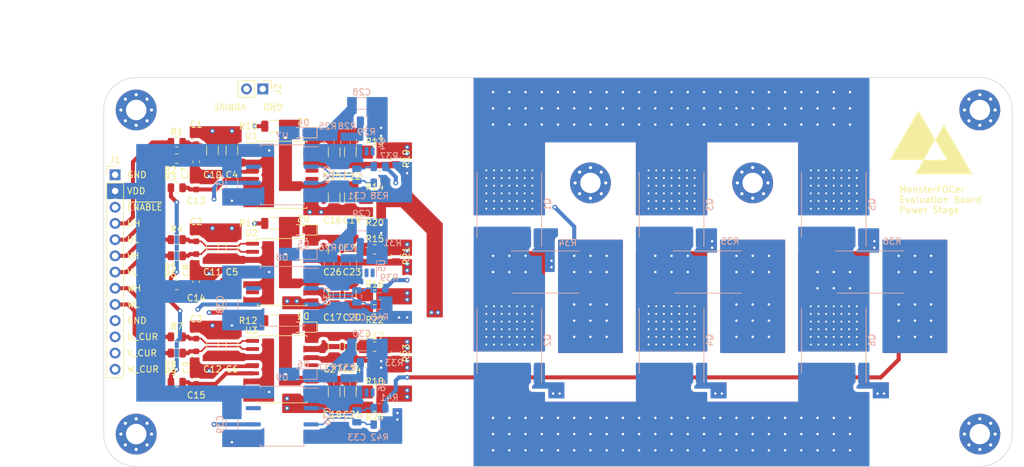
<source format=kicad_pcb>
(kicad_pcb (version 20221018) (generator pcbnew)
  (layers (0 "F.Cu" signal) (1 "In1.Cu" signal) (2 "In2.Cu" signal) (31 "B.Cu" signal) (34 "B.Paste" user) (35 "F.Paste" user) (36 "B.SilkS" user "B.Silkscreen") (37 "F.SilkS" user "F.Silkscreen") (38 "B.Mask" user) (39 "F.Mask" user) (44 "Edge.Cuts" user))
  (net 0 "")
  (net 1 "Net-(U1-INA)")
  (net 2 "GND")
  (net 3 "Net-(U2-INA)")
  (net 4 "Net-(U3-INA)")
  (net 5 "VDD")
  (net 6 "Net-(U1-INB)")
  (net 7 "Net-(U2-INB)")
  (net 8 "Net-(U3-INB)")
  (net 9 "Net-(U1-DIS)")
  (net 10 "Net-(U2-DIS)")
  (net 11 "Net-(U3-DIS)")
  (net 12 "Net-(D1-A)")
  (net 13 "Net-(D2-A)")
  (net 14 "Net-(D3-A)")
  (net 15 "Net-(D1-K)")
  (net 16 "Net-(Q1-S)")
  (net 17 "Net-(D2-K)")
  (net 18 "Net-(Q3-S)")
  (net 19 "Net-(D3-K)")
  (net 20 "Net-(Q5-S)")
  (net 21 "Net-(D4-K)")
  (net 22 "Net-(D5-K)")
  (net 23 "Net-(D6-K)")
  (net 24 "Net-(C31-Pad1)")
  (net 25 "Net-(C31-Pad2)")
  (net 26 "Net-(C32-Pad1)")
  (net 27 "Net-(C32-Pad2)")
  (net 28 "Net-(C33-Pad1)")
  (net 29 "Net-(C33-Pad2)")
  (net 30 "Net-(U4-K)")
  (net 31 "Net-(U5-K)")
  (net 32 "Net-(U6-K)")
  (net 33 "Net-(Q1-G)")
  (net 34 "VS")
  (net 35 "Net-(Q2-G)")
  (net 36 "Net-(Q3-G)")
  (net 37 "Net-(Q4-G)")
  (net 38 "Net-(Q5-G)")
  (net 39 "Net-(Q6-G)")
  (net 40 "/UH")
  (net 41 "/UL")
  (net 42 "/~{ENABLE}")
  (net 43 "/VH")
  (net 44 "/VL")
  (net 45 "/WH")
  (net 46 "/WL")
  (net 47 "Vdrive")
  (net 48 "Net-(U1-OUTA)")
  (net 49 "Net-(U1-OUTB)")
  (net 50 "Net-(U2-OUTA)")
  (net 51 "Net-(U2-OUTB)")
  (net 52 "Net-(U3-OUTA)")
  (net 53 "Net-(U3-OUTB)")
  (net 54 "Net-(U4-REF)")
  (net 55 "Net-(U5-REF)")
  (net 56 "Net-(U6-REF)")
  (net 57 "/U_OUT")
  (net 58 "/V_OUT")
  (net 59 "/W_OUT")
  (net 69 "/U_CUR")
  (net 71 "/V_CUR")
  (net 73 "/W_CUR")
  (footprint "Capacitor_SMD:C_1206_3216Metric" (layer "F.Cu") (at 150.368 120.396 -90)
    (fp_text reference "C18")
    (fp_text value "100n")
  )
  (footprint "Resistor_SMD:R_0805_2012Metric" (layer "F.Cu") (at 125.73 111.76)
    (fp_text reference "R7")
    (fp_text value "51")
  )
  (footprint "Capacitor_SMD:C_0603_1608Metric" (layer "F.Cu") (at 128.778 114.808 -90)
    (fp_text reference "C9")
    (fp_text value "33p")
  )
  (footprint "Capacitor_SMD:C_1206_3216Metric" (layer "F.Cu") (at 150.368 82.804 -90)
    (fp_text reference "C25")
    (fp_text value "100n")
  )
  (footprint "Capacitor_SMD:C_1206_3216Metric" (layer "F.Cu") (at 134.366 113.03 90)
    (fp_text reference "C6")
    (fp_text value "100n")
  )
  (footprint "Resistor_SMD:R_0805_2012Metric" (layer "F.Cu") (at 125.73 81.28)
    (fp_text reference "R1")
    (fp_text value "51")
  )
  (footprint "Resistor_SMD:R_0805_2012Metric" (layer "F.Cu") (at 156.718 98.044)
    (fp_text reference "R15")
    (fp_text value "TBD")
  )
  (footprint "Resistor_SMD:R_0805_2012Metric" (layer "F.Cu") (at 156.718 120.396)
    (fp_text reference "R18")
    (fp_text value "TBD")
  )
  (footprint "Capacitor_SMD:C_0603_1608Metric" (layer "F.Cu") (at 128.778 118.364 90)
    (fp_text reference "C15")
    (fp_text value "33p")
  )
  (footprint "Capacitor_SMD:C_1206_3216Metric" (layer "F.Cu") (at 152.908 105.156 -90)
    (fp_text reference "C20")
    (fp_text value "10u")
  )
  (footprint "Capacitor_SMD:C_1206_3216Metric" (layer "F.Cu") (at 152.908 113.284 -90)
    (fp_text reference "C24")
    (fp_text value "1u")
  )
  (footprint "MountingHole:MountingHole_3.2mm_M3_Pad_Via" (layer "F.Cu") (at 251.46 127)
    (fp_text reference "H6" hide)
    (fp_text value "MountingHole_Pad")
  )
  (footprint "Resistor_SMD:R_0805_2012Metric" (layer "F.Cu") (at 156.718 82.804)
    (fp_text reference "R13")
    (fp_text value "TBD")
  )
  (footprint "Capacitor_SMD:C_1206_3216Metric" (layer "F.Cu") (at 131.318 97.79 90)
    (fp_text reference "C11")
    (fp_text value "10u")
  )
  (footprint "Package_SO:SOIC-16W_7.5x10.3mm_P1.27mm" (layer "F.Cu") (at 142.24 101.6)
    (fp_text reference "U2")
    (fp_text value "UCC21520DW")
  )
  (footprint "Connector_PinHeader_2.54mm:PinHeader_1x13_P2.54mm_Vertical" (layer "F.Cu") (at 116.078 86.36)
    (fp_text reference "J1")
    (fp_text value "Conn_01x13_Pin")
  )
  (footprint "Capacitor_SMD:C_1206_3216Metric" (layer "F.Cu") (at 152.908 89.916 -90)
    (fp_text reference "C19")
    (fp_text value "10u")
  )
  (footprint "Resistor_SMD:R_0805_2012Metric" (layer "F.Cu") (at 156.718 107.442 180)
    (fp_text reference "R22")
    (fp_text value "10k")
  )
  (footprint "Capacitor_SMD:C_1206_3216Metric" (layer "F.Cu") (at 152.908 120.396 -90)
    (fp_text reference "C21")
    (fp_text value "10u")
  )
  (footprint "Capacitor_SMD:C_1206_3216Metric" (layer "F.Cu") (at 150.368 89.916 -90)
    (fp_text reference "C16")
    (fp_text value "100n")
  )
  (footprint "Capacitor_SMD:C_1206_3216Metric" (layer "F.Cu") (at 134.366 82.55 90)
    (fp_text reference "C4")
    (fp_text value "100n")
  )
  (footprint "Capacitor_SMD:C_1206_3216Metric" (layer "F.Cu") (at 152.908 98.044 -90)
    (fp_text reference "C23")
    (fp_text value "1u")
  )
  (footprint "Resistor_SMD:R_1206_3216Metric" (layer "F.Cu") (at 140.97 93.98 180)
    (fp_text reference "R11")
    (fp_text value "1")
  )
  (footprint "Capacitor_SMD:C_0603_1608Metric" (layer "F.Cu") (at 128.778 103.124 90)
    (fp_text reference "C14")
    (fp_text value "33p")
  )
  (footprint "Resistor_SMD:R_0805_2012Metric" (layer "F.Cu") (at 156.718 92.202 180)
    (fp_text reference "R20")
    (fp_text value "10k")
  )
  (footprint "Resistor_SMD:R_0805_2012Metric" (layer "F.Cu") (at 125.73 114.3)
    (fp_text reference "R8")
    (fp_text value "51")
  )
  (footprint "Resistor_SMD:R_0805_2012Metric" (layer "F.Cu") (at 156.718 122.682 180)
    (fp_text reference "R24")
    (fp_text value "10k")
  )
  (footprint "Resistor_SMD:R_0805_2012Metric" (layer "F.Cu") (at 125.73 118.872)
    (fp_text reference "R9")
    (fp_text value "51")
  )
  (footprint "Resistor_SMD:R_1206_3216Metric" (layer "F.Cu") (at 140.97 109.22 180)
    (fp_text reference "R12")
    (fp_text value "1")
  )
  (footprint "Diode_SMD:D_MicroSMP_AK" (layer "F.Cu") (at 145.542 94.996 180)
    (fp_text reference "D2")
    (fp_text value "D_Schottky")
  )
  (footprint "Resistor_SMD:R_0805_2012Metric" (layer "F.Cu") (at 160.02 83.82 -90)
    (fp_text reference "R19")
    (fp_text value "10k")
  )
  (footprint "Capacitor_SMD:C_1206_3216Metric" (layer "F.Cu") (at 131.318 113.03 90)
    (fp_text reference "C12")
    (fp_text value "10u")
  )
  (footprint "Resistor_SMD:R_0805_2012Metric" (layer "F.Cu") (at 125.73 99.06)
    (fp_text reference "R5")
    (fp_text value "51")
  )
  (footprint "Capacitor_SMD:C_0603_1608Metric" (layer "F.Cu") (at 128.778 111.252 90)
    (fp_text reference "C3")
    (fp_text value "33p")
  )
  (footprint "Resistor_SMD:R_0805_2012Metric" (layer "F.Cu") (at 156.718 105.156)
    (fp_text reference "R16")
    (fp_text value "TBD")
  )
  (footprint "Resistor_SMD:R_0805_2012Metric" (layer "F.Cu") (at 125.73 96.52)
    (fp_text reference "R4")
    (fp_text value "51")
  )
  (footprint "Symbol:Adin_Logo" (layer "F.Cu") (at 243.84 81.28)
    (fp_text reference "G***" hide)
    (fp_text value "LOGO" hide)
  )
  (footprint "Capacitor_SMD:C_0603_1608Metric" (layer "F.Cu") (at 128.778 99.568 -90)
    (fp_text reference "C8")
    (fp_text value "33p")
  )
  (footprint "MountingHole:MountingHole_3.2mm_M3_Pad_Via" (layer "F.Cu") (at 251.46 76.2)
    (fp_text reference "H5" hide)
    (fp_text value "MountingHole_Pad")
  )
  (footprint "MountingHole:MountingHole_3.2mm_M3_Pad_Via" (layer "F.Cu") (at 119.38 127)
    (fp_text reference "H2" hide)
    (fp_text value "MountingHole_Pad")
  )
  (footprint "Capacitor_SMD:C_1206_3216Metric" (layer "F.Cu") (at 131.318 82.55 90)
    (fp_text reference "C10")
    (fp_text value "10u")
  )
  (footprint "Resistor_SMD:R_1206_3216Metric" (layer "F.Cu") (at 140.97 78.74 180)
    (fp_text reference "R10")
    (fp_text value "1")
  )
  (footprint "Resistor_SMD:R_0805_2012Metric" (layer "F.Cu") (at 125.73 103.632)
    (fp_text reference "R6")
    (fp_text value "51")
  )
  (footprint "Package_SO:SOIC-16W_7.5x10.3mm_P1.27mm" (layer "F.Cu") (at 142.24 86.36)
    (fp_text reference "U1")
    (fp_text value "UCC21520DW")
  )
  (footprint "Capacitor_SMD:C_0603_1608Metric" (layer "F.Cu") (at 128.778 96.012 90)
    (fp_text reference "C2")
    (fp_text value "33p")
  )
  (footprint "Diode_SMD:D_MicroSMP_AK" (layer "F.Cu") (at 145.542 110.236 180)
    (fp_text reference "D3")
    (fp_text value "D_Schottky")
  )
  (footprint "Capacitor_SMD:C_0603_1608Metric" (layer "F.Cu") (at 128.778 87.884 90)
    (fp_text reference "C13")
    (fp_text value "33p")
  )
  (footprint "MountingHole:MountingHole_3.2mm_M3_Pad_Via" (layer "F.Cu") (at 190.5 87.63)
    (fp_text reference "H1" hide)
    (fp_text value "MountingHole_Pad")
  )
  (footprint "Diode_SMD:D_MicroSMP_AK" (layer "F.Cu") (at 145.542 79.756 180)
    (fp_text reference "D1")
    (fp_text value "D_Schottky")
  )
  (footprint "Capacitor_SMD:C_1206_3216Metric" (layer "F.Cu") (at 150.368 113.284 -90)
    (fp_text reference "C27")
    (fp_text value "100n")
  )
  (footprint "Capacitor_SMD:C_0603_1608Metric" (layer "F.Cu") (at 128.778 80.772 90)
    (fp_text reference "C1")
    (fp_text value "33p")
  )
  (footprint "Package_SO:SOIC-16W_7.5x10.3mm_P1.27mm" (layer "F.Cu") (at 142.24 116.84)
    (fp_text reference "U3")
    (fp_text value "UCC21520DW")
  )
  (footprint "Capacitor_SMD:C_1206_3216Metric" (layer "F.Cu") (at 150.368 98.044 -90)
    (fp_text reference "C26")
    (fp_text value "100n")
  )
  (footprint "Connector_PinHeader_2.54mm:PinHeader_1x02_P2.54mm_Vertical" (layer "F.Cu") (at 139.197 72.898 -90)
    (fp_text reference "J2")
    (fp_text value "Conn_01x02_Pin")
  )
  (footprint "Capacitor_SMD:C_0603_1608Metric" (layer "F.Cu") (at 128.778 84.328 -90)
    (fp_text reference "C7")
    (fp_text value "33p")
  )
  (footprint "Capacitor_SMD:C_1206_3216Metric" (layer "F.Cu") (at 134.366 97.79 90)
    (fp_text reference "C5")
    (fp_text value "100n")
  )
  (footprint "Capacitor_SMD:C_1206_3216Metric" (layer "F.Cu") (at 152.908 82.804 -90)
    (fp_text reference "C22")
    (fp_text value "1u")
  )
  (footprint "MountingHole:MountingHole_3.2mm_M3_Pad_Via" (layer "F.Cu") (at 215.9 87.63)
    (fp_text reference "H3" hide)
    (fp_text value "MountingHole_Pad")
  )
  (footprint "Resistor_SMD:R_0805_2012Metric" (layer "F.Cu") (at 160.02 99.06 -90)
    (fp_text reference "R21")
    (fp_text value "10k")
  )
  (footprint "Resistor_SMD:R_0805_2012Metric" (layer "F.Cu") (at 125.73 83.82)
    (fp_text reference "R2")
    (fp_text value "51")
  )
  (footprint "Resistor_SMD:R_0805_2012Metric" (layer "F.Cu") (at 125.73 88.392)
    (fp_text reference "R3")
    (fp_text value "51")
  )
  (footprint "Capacitor_SMD:C_1206_3216Metric" (layer "F.Cu") (at 150.368 105.156 -90)
    (fp_text reference "C17")
    (fp_text value "100n")
  )
  (footprint "MountingHole:MountingHole_3.2mm_M3_Pad_Via" (layer "F.Cu") (at 119.38 76.2)
    (fp_text reference "H4" hide)
    (fp_text value "MountingHole_Pad")
  )
  (footprint "Resistor_SMD:R_0805_2012Metric" (layer "F.Cu") (at 160.02 114.3 -90)
    (fp_text reference "R23")
    (fp_text value "10k")
  )
  (footprint "Resistor_SMD:R_0805_2012Metric" (layer "F.Cu") (at 156.718 89.916)
    (fp_text reference "R14")
    (fp_text value "TBD")
  )
  (footprint "Resistor_SMD:R_0805_2012Metric" (layer "F.Cu") (at 156.718 113.284)
    (fp_text reference "R17")
    (fp_text value "TBD")
  )
  (footprint "Resistor_SMD:R_0805_2012Metric" (layer "B.Cu") (at 157.48 104.14 180)
    (fp_text reference "R39")
    (fp_text value "12")
  )
  (footprint "Capacitor_SMD:C_0805_2012Metric" (layer "B.Cu") (at 153.924 86.36 -90)
    (fp_text reference "C31")
    (fp_text value "330p")
  )
  (footprint "Capacitor_SMD:C_0805_2012Metric" (layer "B.Cu") (at 153.924 105.41 -90)
    (fp_text reference "C32")
    (fp_text value "330p")
  )
  (footprint "Resistor_SMD:R_0805_2012Metric" (layer "B.Cu") (at 149.606 81.28 -90)
    (fp_text reference "R25")
    (fp_text value "300")
  )
  (footprint "Capacitor_SMD:C_1206_3216Metric" (layer "B.Cu") (at 151.13 86.36 -90)
    (fp_text reference "C34")
    (fp_text value "100n")
  )
  (footprint "Resistor_SMD:R_0805_2012Metric" (layer "B.Cu") (at 155.448 115.824)
    (fp_text reference "R33")
    (fp_text value "10k")
  )
  (footprint "Package_TO_SOT_SMD:Infineon_PG-HSOF-8-1_ThermalVias" (layer "B.Cu") (at 177.8 90.998 90)
    (fp_text reference "Q1")
    (fp_text value "IPD70R360P7SAUMA1")
  )
  (footprint "Resistor_SMD:R_Shunt_Bourns_3920" (layer "B.Cu") (at 183.388 101.6)
    (fp_text reference "R34")
    (fp_text value "200u")
  )
  (footprint "Capacitor_SMD:C_1206_3216Metric" (layer "B.Cu") (at 134.366 87.63 -90)
    (fp_text reference "C37")
    (fp_text value "100n")
  )
  (footprint "Diode_SMD:D_MicroSMP_AK" (layer "B.Cu") (at 145.542 117.602 180)
    (fp_text reference "D6")
    (fp_text value "D_Schottky")
  )
  (footprint "Package_SO:SOP-8_6.62x9.15mm_P2.54mm" (layer "B.Cu") (at 142.24 105.41 180)
    (fp_text reference "U8")
    (fp_text value "AMC1200")
  )
  (footprint "Package_TO_SOT_SMD:SOT-23-5" (layer "B.Cu") (at 155.448 100.584 90)
    (fp_text reference "U5")
    (fp_text value "TL431DBV")
  )
  (footprint "Package_TO_SOT_SMD:Infineon_PG-HSOF-8-1_ThermalVias" (layer "B.Cu") (at 177.8 112.29 90)
    (fp_text reference "Q2")
    (fp_text value "IPD70R360P7SAUMA1")
  )
  (footprint "Capacitor_SMD:C_1206_3216Metric" (layer "B.Cu") (at 154.686 94.234)
    (fp_text reference "C29")
    (fp_text value "10u")
  )
  (footprint "Resistor_SMD:R_0805_2012Metric" (layer "B.Cu") (at 152.146 100.33 90)
    (fp_text reference "R30")
    (fp_text value "10k")
  )
  (footprint "Resistor_SMD:R_0805_2012Metric" (layer "B.Cu") (at 157.48 87.63 180)
    (fp_text reference "R38")
    (fp_text value "12")
  )
  (footprint "Resistor_SMD:R_0805_2012Metric" (layer "B.Cu") (at 157.48 125.476 180)
    (fp_text reference "R42")
    (fp_text value "12")
  )
  (footprint "Package_TO_SOT_SMD:SOT-23-5" (layer "B.Cu") (at 155.448 81.534 90)
    (fp_text reference "U4")
    (fp_text value "TL431DBV")
  )
  (footprint "Package_TO_SOT_SMD:SOT-23-5" (layer "B.Cu") (at 155.448 119.38 90)
    (fp_text reference "U6")
    (fp_text value "TL431DBV")
  )
  (footprint "Resistor_SMD:R_0805_2012Metric" (layer "B.Cu") (at 149.606 119.126 -90)
    (fp_text reference "R27")
    (fp_text value "300")
  )
  (footprint "Resistor_SMD:R_0805_2012Metric" (layer "B.Cu") (at 157.48 122.936 180)
    (fp_text reference "R41")
    (fp_text value "12")
  )
  (footprint "Resistor_SMD:R_Shunt_Bourns_3920" (layer "B.Cu") (at 208.788 101.6)
    (fp_text reference "R35")
    (fp_text value "200u")
  )
  (footprint "Capacitor_SMD:C_1206_3216Metric" (layer "B.Cu") (at 151.13 124.206 -90)
    (fp_text reference "C36")
    (fp_text value "100n")
  )
  (footprint "Resistor_SMD:R_0805_2012Metric" (layer "B.Cu") (at 152.146 119.126 90)
    (fp_text reference "R32")
    (fp_text value "10k")
  )
  (footprint "Resistor_SMD:R_0805_2012Metric" (layer "B.Cu") (at 157.48 85.09 180)
    (fp_text reference "R37")
    (fp_text value "12")
  )
  (footprint "Capacitor_SMD:C_1206_3216Metric" (layer "B.Cu") (at 151.13 105.41 -90)
    (fp_text reference "C35")
    (fp_text value "100n")
  )
  (footprint "Capacitor_SMD:C_1206_3216Metric" (layer "B.Cu") (at 134.366 125.476 -90)
    (fp_text reference "C39")
    (fp_text value "100n")
  )
  (footprint "Capacitor_SMD:C_0805_2012Metric" (layer "B.Cu") (at 153.924 124.206 -90)
    (fp_text reference "C33")
    (fp_text value "330p")
  )
  (footprint "Capacitor_SMD:C_1206_3216Metric" (layer "B.Cu") (at 134.366 106.68 -90)
    (fp_text reference "C38")
    (fp_text value "100n")
  )
  (footprint "Package_SO:SOP-8_6.62x9.15mm_P2.54mm" (layer "B.Cu") (at 142.24 86.36 180)
    (fp_text reference "U7")
    (fp_text value "AMC1200")
  )
  (footprint "Package_SO:SOP-8_6.62x9.15mm_P2.54mm" (layer "B.Cu") (at 142.24 124.206 180)
    (fp_text reference "U9")
    (fp_text value "AMC1200")
  )
  (footprint "Package_TO_SOT_SMD:Infineon_PG-HSOF-8-1_ThermalVias" (layer "B.Cu") (at 203.2 90.998 90)
    (fp_text reference "Q3")
    (fp_text value "IPD70R360P7SAUMA1")
  )
  (footprint "Resistor_SMD:R_0805_2012Metric" (layer "B.Cu") (at 152.146 81.28 90)
    (fp_text reference "R28")
    (fp_text value "10k")
  )
  (footprint "Capacitor_SMD:C_1206_3216Metric" (layer "B.Cu") (at 154.686 113.03)
    (fp_text reference "C30")
    (fp_text value "10u")
  )
  (footprint "Resistor_SMD:R_0805_2012Metric" (layer "B.Cu") (at 155.448 97.028)
    (fp_text reference "R31")
    (fp_text value "10k")
  )
  (footprint "Package_TO_SOT_SMD:Infineon_PG-HSOF-8-1_ThermalVias" (layer "B.Cu") (at 203.2 112.29 90)
    (fp_text reference "Q4")
    (fp_text value "IPD70R360P7SAUMA1")
  )
  (footprint "Package_TO_SOT_SMD:Infineon_PG-HSOF-8-1_ThermalVias" (layer "B.Cu") (at 228.6 90.998 90)
    (fp_text reference "Q5")
    (fp_text value "IPD70R360P7SAUMA1")
  )
  (footprint "Diode_SMD:D_MicroSMP_AK" (layer "B.Cu") (at 145.542 98.806 180)
    (fp_text reference "D5")
    (fp_text value "D_Schottky")
  )
  (footprint "Package_TO_SOT_SMD:Infineon_PG-HSOF-8-1_ThermalVias" (layer "B.Cu") (at 228.6 112.29 90)
    (fp_text reference "Q6")
    (fp_text value "IPD70R360P7SAUMA1")
  )
  (footprint "Resistor_SMD:R_0805_2012Metric" (layer "B.Cu") (at 149.606 100.33 -90)
    (fp_text reference "R26")
    (fp_text value "300")
  )
  (footprint "Resistor_SMD:R_Shunt_Bourns_3920" (layer "B.Cu") (at 234.188 101.6)
    (fp_text reference "R36")
    (fp_text value "200u")
  )
  (footprint "Resistor_SMD:R_0805_2012Metric" (layer "B.Cu") (at 157.48 106.68 180)
    (fp_text reference "R40")
    (fp_text value "12")
  )
  (footprint "Resistor_SMD:R_0805_2012Metric" (layer "B.Cu") (at 155.448 77.978)
    (fp_text reference "R29")
    (fp_text value "10k")
  )
  (footprint "Capacitor_SMD:C_1206_3216Metric" (layer "B.Cu") (at 154.686 75.184)
    (fp_text reference "C28")
    (fp_text value "10u")
  )
  (footprint "Diode_SMD:D_MicroSMP_AK" (layer "B.Cu") (at 145.546 79.756 180)
    (fp_text reference "D4")
    (fp_text value "D_Schottky")
  )
  (gr_line (start 114.3 127) (end 114.3 76.2) (stroke (width 0.1)) (layer "Edge.Cuts"))
  (gr_arc (start 251.46 71.12) (mid 255.052102 72.607898) (end 256.54 76.2) (stroke (width 0.1)) (layer "Edge.Cuts"))
  (gr_line (start 119.38 71.12) (end 251.46 71.12) (stroke (width 0.1)) (layer "Edge.Cuts"))
  (gr_arc (start 119.38 132.08) (mid 115.787898 130.592102) (end 114.3 127) (stroke (width 0.1)) (layer "Edge.Cuts"))
  (gr_line (start 256.54 76.2) (end 256.54 127) (stroke (width 0.1)) (layer "Edge.Cuts"))
  (gr_arc (start 256.54 127) (mid 255.052102 130.592102) (end 251.46 132.08) (stroke (width 0.1)) (layer "Edge.Cuts"))
  (gr_line (start 251.46 132.08) (end 119.38 132.08) (stroke (width 0.1)) (layer "Edge.Cuts"))
  (gr_arc (start 114.3 76.2) (mid 115.787898 72.607898) (end 119.38 71.12) (stroke (width 0.1)) (layer "Edge.Cuts"))
  (gr_text "VDRIVE" (at 136.652 75.692 180) (layer "F.SilkS") (effects (font (size 1 1)) (justify left)))
  (gr_text "WL" (at 117.856 106.68) (layer "F.SilkS") (effects (font (size 1 1)) (justify left)))
  (gr_text "V_CUR" (at 117.856 114.3) (layer "F.SilkS") (effects (font (size 1 1)) (justify left)))
  (gr_text "VDD" (at 117.856 88.9) (layer "F.SilkS") (effects (font (size 1 1)) (justify left)))
  (gr_text "GND" (at 117.856 86.36) (layer "F.SilkS") (effects (font (size 1 1)) (justify left)))
  (gr_text "UH" (at 117.856 93.98) (layer "F.SilkS") (effects (font (size 1 1)) (justify left)))
  (gr_text "GND" (at 117.856 109.22) (layer "F.SilkS") (effects (font (size 1 1)) (justify left)))
  (gr_text "W_CUR" (at 117.856 116.84) (layer "F.SilkS") (effects (font (size 1 1)) (justify left)))
  (gr_text "GND" (at 139.192 75.692 180) (layer "F.SilkS") (effects (font (size 1 1)) (justify right)))
  (gr_text "VL" (at 117.856 101.6) (layer "F.SilkS") (effects (font (size 1 1)) (justify left)))
  (gr_text "UL" (at 117.856 96.52) (layer "F.SilkS") (effects (font (size 1 1)) (justify left)))
  (gr_text "MonsterFOCer\nEvaluation Board\nPower Stage" (at 238.76 92.456) (layer "F.SilkS") (effects (font (size 1 1)) (justify left bottom)))
  (gr_text "VH" (at 117.856 99.06) (layer "F.SilkS") (effects (font (size 1 1)) (justify left)))
  (gr_text "U_CUR" (at 117.856 111.76) (layer "F.SilkS") (effects (font (size 1 1)) (justify left)))
  (gr_text "WH" (at 117.856 104.14) (layer "F.SilkS") (effects (font (size 1 1)) (justify left)))
  (gr_text "~{ENABLE}" (at 117.856 91.44) (layer "F.SilkS") (effects (font (size 1 1)) (justify left)))
  (segment (start 130.302 82.296) (end 129.553 81.547) (width 0.254) (layer "F.Cu") (net 1))
  (segment (start 127.508 81.28) (end 127.775 81.547) (width 0.635) (layer "F.Cu") (net 1))
  (segment (start 137.59 81.915) (end 135.763 81.915) (width 0.254) (layer "F.Cu") (net 1))
  (segment (start 129.553 81.547) (end 128.778 81.547) (width 0.254) (layer "F.Cu") (net 1))
  (segment (start 126.6425 81.28) (end 127.508 81.28) (width 0.635) (layer "F.Cu") (net 1))
  (segment (start 135.382 82.296) (end 130.302 82.296) (width 0.254) (layer "F.Cu") (net 1))
  (segment (start 135.763 81.915) (end 135.382 82.296) (width 0.254) (layer "F.Cu") (net 1))
  (segment (start 127.775 81.547) (end 128.778 81.547) (width 0.635) (layer "F.Cu") (net 1))
  (via (at 134.366 94.742) (size 0.762) (drill 0.381) (layers "F.Cu" "B.Cu") (net 2))
  (via (at 185.42 127) (size 0.762) (drill 0.381) (layers "F.Cu" "B.Cu") (net 2))
  (via (at 134.366 79.502) (size 0.762) (drill 0.381) (layers "F.Cu" "B.Cu") (net 2))
  (via (at 223.52 127) (size 0.762) (drill 0.381) (layers "F.Cu" "B.Cu") (net 2))
  (via (at 146.558 92.202) (size 0.762) (drill 0.381) (layers "F.Cu" "B.Cu") (net 2))
  (via (at 215.9 124.46) (size 0.762) (drill 0.381) (layers "F.Cu" "B.Cu") (net 2))
  (via (at 177.8 129.54) (size 0.762) (drill 0.381) (layers "F.Cu" "B.Cu") (net 2))
  (via (at 182.88 127) (size 0.762) (drill 0.381) (layers "F.Cu" "B.Cu") (net 2))
  (via (at 190.5 129.54) (size 0.762) (drill 0.381) (layers "F.Cu" "B.Cu") (net 2))
  (via (at 143.002 122.936) (size 0.762) (drill 0.381) (layers "F.Cu" "B.Cu") (net 2))
  (via (at 205.74 129.54) (size 0.762) (drill 0.381) (layers "F.Cu" "B.Cu") (net 2))
  (via (at 228.6 124.46) (size 0.762) (drill 0.381) (layers "F.Cu" "B.Cu") (net 2))
  (via (at 131.318 94.742) (size 0.762) (drill 0.381) (layers "F.Cu" "B.Cu") (net 2))
  (via (at 210.82 124.46) (size 0.762) (drill 0.381) (layers "F.Cu" "B.Cu") (net 2))
  (via (at 180.34 129.54) (size 0.762) (drill 0.381) (layers "F.Cu" "B.Cu") (net 2))
  (via (at 226.06 127) (size 0.762) (drill 0.381) (layers "F.Cu" "B.Cu") (net 2))
  (via (at 180.34 124.46) (size 0.762) (drill 0.381) (layers "F.Cu" "B.Cu") (net 2))
  (via (at 130.81 86.614) (size 0.762) (drill 0.381) (layers "F.Cu" "B.Cu") (net 2))
  (via (at 187.96 129.54) (size 0.762) (drill 0.381) (layers "F.Cu" "B.Cu") (net 2))
  (via (at 210.82 127) (size 0.762) (drill 0.381) (layers "F.Cu" "B.Cu") (net 2))
  (via (at 203.2 127) (size 0.762) (drill 0.381) (layers "F.Cu" "B.Cu") (net 2))
  (via (at 144.526 106.172) (size 0.762) (drill 0.381) (layers "F.Cu" "B.Cu") (net 2))
  (via (at 198.12 124.46) (size 0.762) (drill 0.381) (layers "F.Cu" "B.Cu") (net 2))
  (via (at 213.36 127) (size 0.762) (drill 0.381) (layers "F.Cu" "B.Cu") (net 2))
  (via (at 208.28 129.54) (size 0.762) (drill 0.381) (layers "F.Cu" "B.Cu") (net 2))
  (via (at 195.58 124.46) (size 0.762) (drill 0.381) (layers "F.Cu" "B.Cu") (net 2))
  (via (at 193.04 124.46) (size 0.762) (drill 0.381) (layers "F.Cu" "B.Cu") (net 2))
  (via (at 200.66 127) (size 0.762) (drill 0.381) (layers "F.Cu" "B.Cu") (net 2))
  (via (at 218.44 124.46) (size 0.762) (drill 0.381) (layers "F.Cu" "B.Cu") (net 2))
  (via (at 205.74 124.46) (size 0.762) (drill 0.381) (layers "F.Cu" "B.Cu") (net 2))
  (via (at 215.9 129.54) (size 0.762) (drill 0.381) (layers "F.Cu" "B.Cu") (net 2))
  (via (at 187.96 124.46) (size 0.762) (drill 0.381) (layers "F.Cu" "B.Cu") (net 2))
  (via (at 218.44 127) (size 0.762) (drill 0.381) (layers "F.Cu" "B.Cu") (net 2))
  (via (at 175.26 127) (size 0.762) (drill 0.381) (layers "F.Cu" "B.Cu") (net 2))
  (via (at 220.98 124.46) (size 0.762) (drill 0.381) (layers "F.Cu" "B.Cu") (net 2))
  (via (at 177.8 127) (size 0.762) (drill 0.381) (layers "F.Cu" "B.Cu") (net 2))
  (via (at 231.14 127) (size 0.762) (drill 0.381) (layers "F.Cu" "B.Cu") (net 2))
  (via (at 226.06 129.54) (size 0.762) (drill 0.381) (layers "F.Cu" "B.Cu") (net 2))
  (via (at 175.26 129.54) (size 0.762) (drill 0.381) (layers "F.Cu" "B.Cu") (net 2))
  (via (at 130.81 117.094) (size 0.762) (drill 0.381) (layers "F.Cu" "B.Cu") (net 2))
  (via (at 134.366 109.982) (size 0.762) (drill 0.381) (layers "F.Cu" "B.Cu") (net 2))
  (via (at 187.96 127) (size 0.762) (drill 0.381) (layers "F.Cu" "B.Cu") (net 2))
  (via (at 198.12 129.54) (size 0.762) (drill 0.381) (layers "F.Cu" "B.Cu") (net 2))
  (via (at 195.58 129.54) (size 0.762) (drill 0.381) (layers "F.Cu" "B.Cu") (net 2))
  (via (at 193.04 127) (size 0.762) (drill 0.381) (layers "F.Cu" "B.Cu") (net 2))
  (via (at 182.88 129.54) (size 0.762) (drill 0.381) (layers "F.Cu" "B.Cu") (net 2))
  (via (at 203.2 129.54) (size 0.762) (drill 0.381) (layers "F.Cu" "B.Cu") (net 2))
  (via (at 228.6 129.54) (size 0.762) (drill 0.381) (layers "F.Cu" "B.Cu") (net 2))
  (via (at 213.36 129.54) (size 0.762) (drill 0.381) (layers "F.Cu" "B.Cu") (net 2))
  (via (at 131.318 109.982) (size 0.762) (drill 0.381) (layers "F.Cu" "B.Cu") (net 2))
  (via (at 228.6 127) (size 0.762) (drill 0.381) (layers "F.Cu" "B.Cu") (net 2))
  (via (at 200.66 129.54) (size 0.762) (drill 0.381) (layers "F.Cu" "B.Cu") (net 2))
  (via (at 193.04 129.54) (size 0.762) (drill 0.381) (layers "F.Cu" "B.Cu") (net 2))
  (via (at 177.8 124.46) (size 0.762) (drill 0.381) (layers "F.Cu" "B.Cu") (net 2))
  (via (at 215.9 127) (size 0.762) (drill 0.381) (layers "F.Cu" "B.Cu") (net 2))
  (via (at 223.52 124.46) (size 0.762) (drill 0.381) (layers "F.Cu" "B.Cu") (net 2))
  (via (at 200.66 124.46) (size 0.762) (drill 0.381) (layers "F.Cu" "B.Cu") (net 2))
  (via (at 134.366 90.424) (size 0.762) (drill 0.381) (layers "F.Cu" "B.Cu") (net 2))
  (via (at 220.98 129.54) (size 0.762) (drill 0.381) (layers "F.Cu" "B.Cu") (net 2))
  (via (at 226.06 124.46) (size 0.762) (drill 0.381) (layers "F.Cu" "B.Cu") (net 2))
  (via (at 185.42 129.54) (size 0.762) (drill 0.381) (layers "F.Cu" "B.Cu") (net 2))
  (via (at 210.82 129.54) (size 0.762) (drill 0.381) (layers "F.Cu" "B.Cu") (net 2))
  (via (at 175.26 124.46) (size 0.762) (drill 0.381) (layers "F.Cu" "B.Cu") (net 2))
  (via (at 208.28 127) (size 0.762) (drill 0.381) (layers "F.Cu" "B.Cu") (net 2))
  (via (at 231.14 129.54) (size 0.762) (drill 0.381) (layers "F.Cu" "B.Cu") (net 2))
  (via (at 198.12 127) (size 0.762) (drill 0.381) (layers "F.Cu" "B.Cu") (net 2))
  (via (at 130.81 101.854) (size 0.762) (drill 0.381) (layers "F.Cu" "B.Cu") (net 2))
  (via (at 131.318 79.502) (size 0.762) (drill 0.381) (layers "F.Cu" "B.Cu") (net 2))
  (via (at 148.336 92.202) (size 0.762) (drill 0.381) (layers "F.Cu" "B.Cu") (net 2))
  (via (at 220.98 127) (size 0.762) (drill 0.381) (layers "F.Cu" "B.Cu") (net 2))
  (via (at 205.74 127) (size 0.762) (drill 0.381) (layers "F.Cu" "B.Cu") (net 2))
  (via (at 190.5 127) (size 0.762) (drill 0.381) (layers "F.Cu" "B.Cu") (net 2))
  (via (at 143.002 106.172) (size 0.762) (drill 0.381) (layers "F.Cu" "B.Cu") (net 2))
  (via (at 180.34 127) (size 0.762) (drill 0.381) (layers "F.Cu" "B.Cu") (net 2))
  (via (at 213.36 124.46) (size 0.762) (drill 0.381) (layers "F.Cu" "B.Cu") (net 2))
  (via (at 223.52 129.54) (size 0.762) (drill 0.381) (layers "F.Cu" "B.Cu") (net 2))
  (via (at 195.58 127) (size 0.762) (drill 0.381) (layers "F.Cu" "B.Cu") (net 2))
  (via (at 218.44 129.54) (size 0.762) (drill 0.381) (layers "F.Cu" "B.Cu") (net 2))
  (via (at 208.28 124.46) (size 0.762) (drill 0.381) (layers "F.Cu" "B.Cu") (net 2))
  (via (at 190.5 124.46) (size 0.762) (drill 0.381) (layers "F.Cu" "B.Cu") (net 2))
  (via (at 185.42 124.46) (size 0.762) (drill 0.381) (layers "F.Cu" "B.Cu") (net 2))
  (via (at 143.002 121.412) (size 0.762) (drill 0.381) (layers "F.Cu" "B.Cu") (net 2))
  (via (at 182.88 124.46) (size 0.762) (drill 0.381) (layers "F.Cu" "B.Cu") (net 2))
  (via (at 231.14 124.46) (size 0.762) (drill 0.381) (layers "F.Cu" "B.Cu") (net 2))
  (via (at 134.366 128.27) (size 0.762) (drill 0.381) (layers "F.Cu" "B.Cu") (net 2))
  (via (at 203.2 124.46) (size 0.762) (drill 0.381) (layers "F.Cu" "B.Cu") (net 2))
  (segment (start 137.59 97.155) (end 135.763 97.155) (width 0.254) (layer "F.Cu") (net 3))
  (segment (start 135.763 97.155) (end 135.382 97.536) (width 0.254) (layer "F.Cu") (net 3))
  (segment (start 127.775 96.787) (end 128.778 96.787) (width 0.635) (layer "F.Cu") (net 3))
  (segment (start 126.6425 96.52) (end 127.508 96.52) (width 0.635) (layer "F.Cu") (net 3))
  (segment (start 130.302 97.536) (end 129.553 96.787) (width 0.254) (layer "F.Cu") (net 3))
  (segment (start 129.553 96.787) (end 128.778 96.787) (width 0.254) (layer "F.Cu") (net 3))
  (segment (start 127.508 96.52) (end 127.775 96.787) (width 0.635) (layer "F.Cu") (net 3))
  (segment (start 135.382 97.536) (end 130.302 97.536) (width 0.254) (layer "F.Cu") (net 3))
  (segment (start 137.59 112.395) (end 136.017 112.395) (width 0.254) (layer "F.Cu") (net 4))
  (segment (start 130.302 112.776) (end 129.553 112.027) (width 0.254) (layer "F.Cu") (net 4))
  (segment (start 127.775 112.027) (end 128.778 112.027) (width 0.635) (layer "F.Cu") (net 4))
  (segment (start 129.553 112.027) (end 128.778 112.027) (width 0.254) (layer "F.Cu") (net 4))
  (segment (start 136.017 112.395) (end 135.636 112.776) (width 0.254) (layer "F.Cu") (net 4))
  (segment (start 126.6425 111.76) (end 127.508 111.76) (width 0.635) (layer "F.Cu") (net 4))
  (segment (start 135.636 112.776) (end 130.302 112.776) (width 0.254) (layer "F.Cu") (net 4))
  (segment (start 127.508 111.76) (end 127.775 112.027) (width 0.635) (layer "F.Cu") (net 4))
  (via (at 140.208 82.55) (size 0.762) (drill 0.381) (layers "F.Cu" "B.Cu") (net 5))
  (via (at 140.208 120.396) (size 0.762) (drill 0.381) (layers "F.Cu" "B.Cu") (net 5))
  (via (at 140.208 101.6) (size 0.762) (drill 0.381) (layers "F.Cu" "B.Cu") (net 5))
  (segment (start 135.382 82.804) (end 130.302 82.804) (width 0.254) (layer "F.Cu") (net 6))
  (segment (start 137.59 83.185) (end 135.763 83.185) (width 0.254) (layer "F.Cu") (net 6))
  (segment (start 129.553 83.553) (end 128.778 83.553) (width 0.254) (layer "F.Cu") (net 6))
  (segment (start 126.6425 83.82) (end 127.508 83.82) (width 0.635) (layer "F.Cu") (net 6))
  (segment (start 135.763 83.185) (end 135.382 82.804) (width 0.254) (layer "F.Cu") (net 6))
  (segment (start 130.302 82.804) (end 129.553 83.553) (width 0.254) (layer "F.Cu") (net 6))
  (segment (start 127.508 83.82) (end 127.775 83.553) (width 0.635) (layer "F.Cu") (net 6))
  (segment (start 127.775 83.553) (end 128.778 83.553) (width 0.635) (layer "F.Cu") (net 6))
  (segment (start 135.382 98.044) (end 130.302 98.044) (width 0.254) (layer "F.Cu") (net 7))
  (segment (start 130.302 98.044) (end 129.553 98.793) (width 0.254) (layer "F.Cu") (net 7))
  (segment (start 135.763 98.425) (end 135.382 98.044) (width 0.254) (layer "F.Cu") (net 7))
  (segment (start 126.6425 99.06) (end 127.508 99.06) (width 0.635) (layer "F.Cu") (net 7))
  (segment (start 127.508 99.06) (end 127.775 98.793) (width 0.635) (layer "F.Cu") (net 7))
  (segment (start 129.553 98.793) (end 128.778 98.793) (width 0.254) (layer "F.Cu") (net 7))
  (segment (start 127.775 98.793) (end 128.778 98.793) (width 0.635) (layer "F.Cu") (net 7))
  (segment (start 137.59 98.425) (end 135.763 98.425) (width 0.254) (layer "F.Cu") (net 7))
  (segment (start 135.636 113.284) (end 130.302 113.284) (width 0.254) (layer "F.Cu") (net 8))
  (segment (start 127.508 114.3) (end 127.775 114.033) (width 0.635) (layer "F.Cu") (net 8))
  (segment (start 127.775 114.033) (end 128.778 114.033) (width 0.635) (layer "F.Cu") (net 8))
  (segment (start 129.553 114.033) (end 128.778 114.033) (width 0.254) (layer "F.Cu") (net 8))
  (segment (start 137.59 113.665) (end 136.017 113.665) (width 0.254) (layer "F.Cu") (net 8))
  (segment (start 126.6425 114.3) (end 127.508 114.3) (width 0.635) (layer "F.Cu") (net 8))
  (segment (start 136.017 113.665) (end 135.636 113.284) (width 0.254) (layer "F.Cu") (net 8))
  (segment (start 130.302 113.284) (end 129.553 114.033) (width 0.254) (layer "F.Cu") (net 8))
  (segment (start 128.778 88.659) (end 127.775 88.659) (width 0.635) (layer "F.Cu") (net 9))
  (segment (start 133.477 86.995) (end 131.813 88.659) (width 0.635) (layer "F.Cu") (net 9))
  (segment (start 137.59 86.995) (end 133.477 86.995) (width 0.635) (layer "F.Cu") (net 9))
  (segment (start 131.813 88.659) (end 128.778 88.659) (width 0.635) (layer "F.Cu") (net 9))
  (segment (start 127.508 88.392) (end 126.6425 88.392) (width 0.635) (layer "F.Cu") (net 9))
  (segment (start 127.775 88.659) (end 127.508 88.392) (width 0.635) (layer "F.Cu") (net 9))
  (segment (start 128.778 103.899) (end 127.775 103.899) (width 0.635) (layer "F.Cu") (net 10))
  (segment (start 137.59 102.235) (end 133.477 102.235) (width 0.635) (layer "F.Cu") (net 10))
  (segment (start 127.775 103.899) (end 127.508 103.632) (width 0.635) (layer "F.Cu") (net 10))
  (segment (start 131.813 103.899) (end 128.778 103.899) (width 0.635) (layer "F.Cu") (net 10))
  (segment (start 133.477 102.235) (end 131.813 103.899) (width 0.635) (layer "F.Cu") (net 10))
  (segment (start 127.508 103.632) (end 126.6425 103.632) (width 0.635) (layer "F.Cu") (net 10))
  (segment (start 131.813 119.139) (end 128.778 119.139) (width 0.635) (layer "F.Cu") (net 11))
  (segment (start 128.778 119.139) (end 127.775 119.139) (width 0.635) (layer "F.Cu") (net 11))
  (segment (start 137.59 117.475) (end 133.477 117.475) (width 0.635) (layer "F.Cu") (net 11))
  (segment (start 133.477 117.475) (end 131.813 119.139) (width 0.635) (layer "F.Cu") (net 11))
  (segment (start 127.775 119.139) (end 127.508 118.872) (width 0.635) (layer "F.Cu") (net 11))
  (segment (start 127.508 118.872) (end 126.6425 118.872) (width 0.635) (layer "F.Cu") (net 11))
  (via (at 142.748 80.518) (size 0.762) (drill 0.381) (layers "F.Cu" "B.Cu") (net 12))
  (via (at 142.748 98.806) (size 0.762) (drill 0.381) (layers "F.Cu" "B.Cu") (net 13))
  (via (at 142.748 117.602) (size 0.762) (drill 0.381) (layers "F.Cu" "B.Cu") (net 14))
  (via (at 157.734 80.264) (size 0.762) (drill 0.381) (layers "F.Cu" "B.Cu") (net 16))
  (via (at 175.26 101.6) (size 0.762) (drill 0.381) (layers "F.Cu" "B.Cu") (net 16))
  (via (at 177.8 99.06) (size 0.762) (drill 0.381) (layers "F.Cu" "B.Cu") (net 16))
  (via (at 157.734 78.994) (size 0.762) (drill 0.381) (layers "F.Cu" "B.Cu") (net 16))
  (via (at 180.34 99.06) (size 0.762) (drill 0.381) (layers "F.Cu" "B.Cu") (net 16))
  (via (at 161.798 85.09) (size 0.762) (drill 0.381) (layers "F.Cu" "B.Cu") (net 16))
  (via (at 177.8 101.6) (size 0.762) (drill 0.381) (layers "F.Cu" "B.Cu") (net 16))
  (via (at 175.26 99.06) (size 0.762) (drill 0.381) (layers "F.Cu" "B.Cu") (net 16))
  (via (at 161.798 86.106) (size 0.762) (drill 0.381) (layers "F.Cu" "B.Cu") (net 16))
  (via (at 180.34 101.6) (size 0.762) (drill 0.381) (layers "F.Cu" "B.Cu") (net 16))
  (via (at 200.66 101.6) (size 0.762) (drill 0.381) (layers "F.Cu" "B.Cu") (net 18))
  (via (at 200.66 99.06) (size 0.762) (drill 0.381) (layers "F.Cu" "B.Cu") (net 18))
  (via (at 161.798 100.33) (size 0.762) (drill 0.381) (layers "F.Cu" "B.Cu") (net 18))
  (via (at 205.74 101.6) (size 0.762) (drill 0.381) (layers "F.Cu" "B.Cu") (net 18))
  (via (at 157.734 94.234) (size 0.762) (drill 0.381) (layers "F.Cu" "B.Cu") (net 18))
  (via (at 203.2 99.06) (size 0.762) (drill 0.381) (layers "F.Cu" "B.Cu") (net 18))
  (via (at 161.798 101.346) (size 0.762) (drill 0.381) (layers "F.Cu" "B.Cu") (net 18))
  (via (at 205.74 99.06) (size 0.762) (drill 0.381) (layers "F.Cu" "B.Cu") (net 18))
  (via (at 161.798 108.712) (size 0.762) (drill 0.381) (layers "F.Cu" "B.Cu") (net 18))
  (via (at 203.2 101.6) (size 0.762) (drill 0.381) (layers "F.Cu" "B.Cu") (net 18))
  (via (at 160.528 108.712) (size 0.762) (drill 0.381) (layers "F.Cu" "B.Cu") (net 18))
  (via (at 157.734 95.504) (size 0.762) (drill 0.381) (layers "F.Cu" "B.Cu") (net 18))
  (via (at 160.274 124.714) (size 0.762) (drill 0.381) (layers "F.Cu" "B.Cu") (net 20))
  (via (at 228.6 101.6) (size 0.762) (drill 0.381) (layers "F.Cu" "B.Cu") (net 20))
  (via (at 231.14 101.6) (size 0.762) (drill 0.381) (layers "F.Cu" "B.Cu") (net 20))
  (via (at 157.734 116.586) (size 0.762) (drill 0.381) (layers "F.Cu" "B.Cu") (net 20))
  (via (at 160.274 123.698) (size 0.762) (drill 0.381) (layers "F.Cu" "B.Cu") (net 20))
  (via (at 161.798 115.57) (size 0.762) (drill 0.381) (layers "F.Cu" "B.Cu") (net 20))
  (via (at 226.06 101.6) (size 0.762) (drill 0.381) (layers "F.Cu" "B.Cu") (net 20))
  (via (at 161.798 116.586) (size 0.762) (drill 0.381) (layers "F.Cu" "B.Cu") (net 20))
  (via (at 231.14 104.14) (size 0.762) (drill 0.381) (layers "F.Cu" "B.Cu") (net 20))
  (via (at 226.06 104.14) (size 0.762) (drill 0.381) (layers "F.Cu" "B.Cu") (net 20))
  (via (at 157.734 115.57) (size 0.762) (drill 0.381) (layers "F.Cu" "B.Cu") (net 20))
  (via (at 228.6 104.14) (size 0.762) (drill 0.381) (layers "F.Cu" "B.Cu") (net 20))
  (segment (start 149.606 86.106) (end 153.228 86.106) (width 0.254) (layer "B.Cu") (net 24))
  (segment (start 155.448 85.09) (end 156.5675 85.09) (width 0.254) (layer "B.Cu") (net 24))
  (segment (start 155.128 85.41) (end 155.448 85.09) (width 0.254) (layer "B.Cu") (net 24))
  (segment (start 146.765 85.09) (end 148.59 85.09) (width 0.254) (layer "B.Cu") (net 24))
  (segment (start 148.59 85.09) (end 149.606 86.106) (width 0.254) (layer "B.Cu") (net 24))
  (segment (start 153.228 86.106) (end 153.924 85.41) (width 0.254) (layer "B.Cu") (net 24))
  (segment (start 153.924 85.41) (end 155.128 85.41) (width 0.254) (layer "B.Cu") (net 24))
  (segment (start 148.59 87.63) (end 149.606 86.614) (width 0.254) (layer "B.Cu") (net 25))
  (segment (start 146.765 87.63) (end 148.59 87.63) (width 0.254) (layer "B.Cu") (net 25))
  (segment (start 155.128 87.31) (end 155.448 87.63) (width 0.254) (layer "B.Cu") (net 25))
  (segment (start 153.924 87.31) (end 155.128 87.31) (width 0.254) (layer "B.Cu") (net 25))
  (segment (start 149.606 86.614) (end 153.228 86.614) (width 0.254) (layer "B.Cu") (net 25))
  (segment (start 153.228 86.614) (end 153.924 87.31) (width 0.254) (layer "B.Cu") (net 25))
  (segment (start 155.448 87.63) (end 156.5675 87.63) (width 0.254) (layer "B.Cu") (net 25))
  (segment (start 155.448 104.14) (end 156.5675 104.14) (width 0.254) (layer "B.Cu") (net 26))
  (segment (start 149.606 105.156) (end 153.228 105.156) (width 0.254) (layer "B.Cu") (net 26))
  (segment (start 146.765 104.14) (end 148.59 104.14) (width 0.254) (layer "B.Cu") (net 26))
  (segment (start 148.59 104.14) (end 149.606 105.156) (width 0.254) (layer "B.Cu") (net 26))
  (segment (start 153.228 105.156) (end 153.924 104.46) (width 0.254) (layer "B.Cu") (net 26))
  (segment (start 155.128 104.46) (end 155.448 104.14) (width 0.254) (layer "B.Cu") (net 26))
  (segment (start 153.924 104.46) (end 155.128 104.46) (width 0.254) (layer "B.Cu") (net 26))
  (segment (start 153.924 106.36) (end 155.128 106.36) (width 0.254) (layer "B.Cu") (net 27))
  (segment (start 153.228 105.664) (end 153.924 106.36) (width 0.254) (layer "B.Cu") (net 27))
  (segment (start 149.606 105.664) (end 153.228 105.664) (width 0.254) (layer "B.Cu") (net 27))
  (segment (start 155.128 106.36) (end 155.448 106.68) (width 0.254) (layer "B.Cu") (net 27))
  (segment (start 146.765 106.68) (end 148.59 106.68) (width 0.254) (layer "B.Cu") (net 27))
  (segment (start 155.448 106.68) (end 156.5675 106.68) (width 0.254) (layer "B.Cu") (net 27))
  (segment (start 148.59 106.68) (end 149.606 105.664) (width 0.254) (layer "B.Cu") (net 27))
  (segment (start 155.128 123.256) (end 155.448 122.936) (width 0.254) (layer "B.Cu") (net 28))
  (segment (start 149.606 123.952) (end 153.228 123.952) (width 0.254) (layer "B.Cu") (net 28))
  (segment (start 153.228 123.952) (end 153.924 123.256) (width 0.254) (layer "B.Cu") (net 28))
  (segment (start 146.765 122.936) (end 148.59 122.936) (width 0.254) (layer "B.Cu") (net 28))
  (segment (start 148.59 122.936) (end 149.606 123.952) (width 0.254) (layer "B.Cu") (net 28))
  (segment (start 155.448 122.936) (end 156.5675 122.936) (width 0.254) (layer "B.Cu") (net 28))
  (segment (start 153.924 123.256) (end 155.128 123.256) (width 0.254) (layer "B.Cu") (net 28))
  (segment (start 155.128 125.156) (end 155.448 125.476) (width 0.254) (layer "B.Cu") (net 29))
  (segment (start 148.59 125.476) (end 149.606 124.46) (width 0.254) (layer "B.Cu") (net 29))
  (segment (start 153.228 124.46) (end 153.924 125.156) (width 0.254) (layer "B.Cu") (net 29))
  (segment (start 155.448 125.476) (end 156.5675 125.476) (width 0.254) (layer "B.Cu") (net 29))
  (segment (start 153.924 125.156) (end 155.128 125.156) (width 0.254) (layer "B.Cu") (net 29))
  (segment (start 146.765 125.476) (end 148.59 125.476) (width 0.254) (layer "B.Cu") (net 29))
  (segment (start 149.606 124.46) (end 153.228 124.46) (width 0.254) (layer "B.Cu") (net 29))
  (via (at 184.404 99.822) (size 0.762) (drill 0.381) (layers "F.Cu" "B.Cu") (net 33))
  (via (at 184.404 100.838) (size 0.762) (drill 0.381) (layers "F.Cu" "B.Cu") (net 33))
  (via (at 161.798 83.058) (size 0.762) (drill 0.381) (layers "F.Cu" "B.Cu") (net 33))
  (via (at 161.798 82.042) (size 0.762) (drill 0.381) (layers "F.Cu" "B.Cu") (net 33))
  (via (at 205.74 78.486) (size 0.762) (drill 0.381) (layers "F.Cu" "B.Cu") (net 34))
  (via (at 193.04 73.406) (size 0.762) (drill 0.381) (layers "F.Cu" "B.Cu") (net 34))
  (via (at 203.2 75.946) (size 0.762) (drill 0.381) (layers "F.Cu" "B.Cu") (net 34))
  (via (at 200.66 73.406) (size 0.762) (drill 0.381) (layers "F.Cu" "B.Cu") (net 34))
  (via (at 198.12 73.406) (size 0.762) (drill 0.381) (layers "F.Cu" "B.Cu") (net 34))
  (via (at 175.26 78.486) (size 0.762) (drill 0.381) (layers "F.Cu" "B.Cu") (net 34))
  (via (at 185.42 78.486) (size 0.762) (drill 0.381) (layers "F.Cu" "B.Cu") (net 34))
  (via (at 231.14 75.946) (size 0.762) (drill 0.381) (layers "F.Cu" "B.Cu") (net 34))
  (via (at 205.74 75.946) (size 0.762) (drill 0.381) (layers "F.Cu" "B.Cu") (net 34))
  (via (at 187.96 73.406) (size 0.762) (drill 0.381) (layers "F.Cu" "B.Cu") (net 34))
  (via (at 218.44 78.486) (size 0.762) (drill 0.381) (layers "F.Cu" "B.Cu") (net 34))
  (via (at 228.6 78.486) (size 0.762) (drill 0.381) (layers "F.Cu" "B.Cu") (net 34))
  (via (at 180.34 73.406) (size 0.762) (drill 0.381) (layers "F.Cu" "B.Cu") (net 34))
  (via (at 193.04 78.486) (size 0.762) (drill 0.381) (layers "F.Cu" "B.Cu") (net 34))
  (via (at 215.9 73.406) (size 0.762) (drill 0.381) (layers "F.Cu" "B.Cu") (net 34))
  (via (at 175.26 75.946) (size 0.762) (drill 0.381) (layers "F.Cu" "B.Cu") (net 34))
  (via (at 215.9 78.486) (size 0.762) (drill 0.381) (layers "F.Cu" "B.Cu") (net 34))
  (via (at 177.8 73.406) (size 0.762) (drill 0.381) (layers "F.Cu" "B.Cu") (net 34))
  (via (at 213.36 73.406) (size 0.762) (drill 0.381) (layers "F.Cu" "B.Cu") (net 34))
  (via (at 193.04 75.946) (size 0.762) (drill 0.381) (layers "F.Cu" "B.Cu") (net 34))
  (via (at 177.8 78.486) (size 0.762) (drill 0.381) (layers "F.Cu" "B.Cu") (net 34))
  (via (at 218.44 73.406) (size 0.762) (drill 0.381) (layers "F.Cu" "B.Cu") (net 34))
  (via (at 220.98 75.946) (size 0.762) (drill 0.381) (layers "F.Cu" "B.Cu") (net 34))
  (via (at 223.52 78.486) (size 0.762) (drill 0.381) (layers "F.Cu" "B.Cu") (net 34))
  (via (at 182.88 73.406) (size 0.762) (drill 0.381) (layers "F.Cu" "B.Cu") (net 34))
  (via (at 200.66 75.946) (size 0.762) (drill 0.381) (layers "F.Cu" "B.Cu") (net 34))
  (via (at 177.8 75.946) (size 0.762) (drill 0.381) (layers "F.Cu" "B.Cu") (net 34))
  (via (at 210.82 73.406) (size 0.762) (drill 0.381) (layers "F.Cu" "B.Cu") (net 34))
  (via (at 180.34 78.486) (size 0.762) (drill 0.381) (layers "F.Cu" "B.Cu") (net 34))
  (via (at 228.6 75.946) (size 0.762) (drill 0.381) (layers "F.Cu" "B.Cu") (net 34))
  (via (at 226.06 75.946) (size 0.762) (drill 0.381) (layers "F.Cu" "B.Cu") (net 34))
  (via (at 223.52 73.406) (size 0.762) (drill 0.381) (layers "F.Cu" "B.Cu") (net 34))
  (via (at 208.28 78.486) (size 0.762) (drill 0.381) (layers "F.Cu" "B.Cu") (net 34))
  (via (at 226.06 73.406) (size 0.762) (drill 0.381) (layers "F.Cu" "B.Cu") (net 34))
  (via (at 198.12 75.946) (size 0.762) (drill 0.381) (layers "F.Cu" "B.Cu") (net 34))
  (via (at 226.06 78.486) (size 0.762) (drill 0.381) (layers "F.Cu" "B.Cu") (net 34))
  (via (at 220.98 78.486) (size 0.762) (drill 0.381) (layers "F.Cu" "B.Cu") (net 34))
  (via (at 175.26 73.406) (size 0.762) (drill 0.381) (layers "F.Cu" "B.Cu") (net 34))
  (via (at 210.82 75.946) (size 0.762) (drill 0.381) (layers "F.Cu" "B.Cu") (net 34))
  (via (at 208.28 75.946) (size 0.762) (drill 0.381) (layers "F.Cu" "B.Cu") (net 34))
  (via (at 208.28 73.406) (size 0.762) (drill 0.381) (layers "F.Cu" "B.Cu") (net 34))
  (via (at 190.5 73.406) (size 0.762) (drill 0.381) (layers "F.Cu" "B.Cu") (net 34))
  (via (at 195.58 78.486) (size 0.762) (drill 0.381) (layers "F.Cu" "B.Cu") (net 34))
  (via (at 180.34 75.946) (size 0.762) (drill 0.381) (layers "F.Cu" "B.Cu") (net 34))
  (via (at 223.52 75.946) (size 0.762) (drill 0.381) (layers "F.Cu" "B.Cu") (net 34))
  (via (at 190.5 78.486) (size 0.762) (drill 0.381) (layers "F.Cu" "B.Cu") (net 34))
  (via (at 215.9 75.946) (size 0.762) (drill 0.381) (layers "F.Cu" "B.Cu") (net 34))
  (via (at 228.6 73.406) (size 0.762) (drill 0.381) (layers "F.Cu" "B.Cu") (net 34))
  (via (at 210.82 78.486) (size 0.762) (drill 0.381) (layers "F.Cu" "B.Cu") (net 34))
  (via (at 203.2 73.406) (size 0.762) (drill 0.381) (layers "F.Cu" "B.Cu") (net 34))
  (via (at 203.2 78.486) (size 0.762) (drill 0.381) (layers "F.Cu" "B.Cu") (net 34))
  (via (at 182.88 75.946) (size 0.762) (drill 0.381) (layers "F.Cu" "B.Cu") (net 34))
  (via (at 185.42 73.406) (size 0.762) (drill 0.381) (layers "F.Cu" "B.Cu") (net 34))
  (via (at 187.96 78.486) (size 0.762) (drill 0.381) (layers "F.Cu" "B.Cu") (net 34))
  (via (at 190.5 75.946) (size 0.762) (drill 0.381) (layers "F.Cu" "B.Cu") (net 34))
  (via (at 231.14 78.486) (size 0.762) (drill 0.381) (layers "F.Cu" "B.Cu") (net 34))
  (via (at 213.36 78.486) (size 0.762) (drill 0.381) (layers "F.Cu" "B.Cu") (net 34))
  (via (at 220.98 73.406) (size 0.762) (drill 0.381) (layers "F.Cu" "B.Cu") (net 34))
  (via (at 195.58 75.946) (size 0.762) (drill 0.381) (layers "F.Cu" "B.Cu") (net 34))
  (via (at 185.42 75.946) (size 0.762) (drill 0.381) (layers "F.Cu" "B.Cu") (net 34))
  (via (at 200.66 78.486) (size 0.762) (drill 0.381) (layers "F.Cu" "B.Cu") (net 34))
  (via (at 218.44 75.946) (size 0.762) (drill 0.381) (layers "F.Cu" "B.Cu") (net 34))
  (via (at 198.12 78.486) (size 0.762) (drill 0.381) (layers "F.Cu" "B.Cu") (net 34))
  (via (at 205.74 73.406) (size 0.762) (drill 0.381) (layers "F.Cu" "B.Cu") (net 34))
  (via (at 195.58 73.406) (size 0.762) (drill 0.381) (layers "F.Cu" "B.Cu") (net 34))
  (via (at 213.36 75.946) (size 0.762) (drill 0.381) (layers "F.Cu" "B.Cu") (net 34))
  (via (at 231.14 73.406) (size 0.762) (drill 0.381) (layers "F.Cu" "B.Cu") (net 34))
  (via (at 182.88 78.486) (size 0.762) (drill 0.381) (layers "F.Cu" "B.Cu") (net 34))
  (via (at 187.96 75.946) (size 0.762) (drill 0.381) (layers "F.Cu" "B.Cu") (net 34))
  (via (at 165.608 107.95) (size 0.762) (drill 0.381) (layers "F.Cu" "B.Cu") (net 35))
  (via (at 184.658 120.65) (size 0.762) (drill 0.381) (layers "F.Cu" "B.Cu") (net 35))
  (via (at 166.624 107.95) (size 0.762) (drill 0.381) (layers "F.Cu" "B.Cu") (net 35))
  (via (at 185.674 120.65) (size 0.762) (drill 0.381) (layers "F.Cu" "B.Cu") (net 35))
  (via (at 161.798 98.298) (size 0.762) (drill 0.381) (layers "F.Cu" "B.Cu") (net 36))
  (via (at 209.55 97.79) (size 0.762) (drill 0.381) (layers "F.Cu" "B.Cu") (net 36))
  (via (at 209.55 96.774) (size 0.762) (drill 0.381) (layers "F.Cu" "B.Cu") (net 36))
  (via (at 161.798 97.282) (size 0.762) (drill 0.381) (layers "F.Cu" "B.Cu") (net 36))
  (via (at 211.074 120.65) (size 0.762) (drill 0.381) (layers "F.Cu" "B.Cu") (net 37))
  (via (at 210.058 120.65) (size 0.762) (drill 0.381) (layers "F.Cu" "B.Cu") (net 37))
  (via (at 161.798 105.918) (size 0.762) (drill 0.381) (layers "F.Cu" "B.Cu") (net 37))
  (via (at 161.798 104.902) (size 0.762) (drill 0.381) (layers "F.Cu" "B.Cu") (net 37))
  (via (at 234.95 96.774) (size 0.762) (drill 0.381) (layers "F.Cu" "B.Cu") (net 38))
  (via (at 234.95 97.79) (size 0.762) (drill 0.381) (layers "F.Cu" "B.Cu") (net 38))
  (via (at 161.798 112.522) (size 0.762) (drill 0.381) (layers "F.Cu" "B.Cu") (net 38))
  (via (at 161.798 113.538) (size 0.762) (drill 0.381) (layers "F.Cu" "B.Cu") (net 38))
  (via (at 161.798 120.142) (size 0.762) (drill 0.381) (layers "F.Cu" "B.Cu") (net 39))
  (via (at 161.798 121.158) (size 0.762) (drill 0.381) (layers "F.Cu" "B.Cu") (net 39))
  (via (at 236.474 120.65) (size 0.762) (drill 0.381) (layers "F.Cu" "B.Cu") (net 39))
  (via (at 235.458 120.65) (size 0.762) (drill 0.381) (layers "F.Cu" "B.Cu") (net 39))
  (segment (start 118.872 84.328) (end 118.872 92.964) (width 0.635) (layer "F.Cu") (net 40))
  (segment (start 124.8175 81.28) (end 121.92 81.28) (width 0.635) (layer "F.Cu") (net 40))
  (segment (start 118.872 92.964) (end 117.856 93.98) (width 0.635) (layer "F.Cu") (net 40))
  (segment (start 117.856 93.98) (end 116.078 93.98) (width 0.635) (layer "F.Cu") (net 40))
  (segment (start 121.92 81.28) (end 118.872 84.328) (width 0.635) (layer "F.Cu") (net 40))
  (segment (start 120.65 85.09) (end 120.65 93.726) (width 0.635) (layer "F.Cu") (net 41))
  (segment (start 124.8175 83.82) (end 121.92 83.82) (width 0.635) (layer "F.Cu") (net 41))
  (segment (start 121.92 83.82) (end 120.65 85.09) (width 0.635) (layer "F.Cu") (net 41))
  (segment (start 117.856 96.52) (end 116.078 96.52) (width 0.635) (layer "F.Cu") (net 41))
  (segment (start 120.65 93.726) (end 117.856 96.52) (width 0.635) (layer "F.Cu") (net 41))
  (segment (start 124.8175 88.392) (end 124.8175 89.7655) (width 0.635) (layer "F.Cu") (net 42))
  (segment (start 124.8175 106.2755) (end 126.238 107.696) (width 0.635) (layer "F.Cu") (net 42))
  (segment (start 124.8175 89.7655) (end 125.73 90.678) (width 0.635) (layer "F.Cu") (net 42))
  (segment (start 124.8175 102.5125) (end 125.73 101.6) (width 0.635) (layer "F.Cu") (net 42))
  (segment (start 124.8175 118.872) (end 124.8175 117.7525) (width 0.635) (layer "F.Cu") (net 42))
  (segment (start 124.8175 103.632) (end 124.8175 102.5125) (width 0.635) (layer "F.Cu") (net 42))
  (segment (start 124.8175 103.632) (end 124.8175 106.2755) (width 0.635) (layer "F.Cu") (net 42))
  (segment (start 124.8175 117.7525) (end 125.73 116.84) (width 0.635) (layer "F.Cu") (net 42))
  (via (at 125.73 116.84) (size 0.762) (drill 0.381) (layers "F.Cu" "B.Cu") (net 42))
  (via (at 126.238 107.696) (size 0.762) (drill 0.381) (layers "F.Cu" "B.Cu") (net 42))
  (via (at 125.73 90.678) (size 0.762) (drill 0.381) (layers "F.Cu" "B.Cu") (net 42))
  (via (at 125.73 101.6) (size 0.762) (drill 0.381) (layers "F.Cu" "B.Cu") (net 42))
  (segment (start 125.73 112.522) (end 126.238 112.014) (width 0.635) (layer "B.Cu") (net 42))
  (segment (start 125.73 101.6) (end 125.73 90.678) (width 0.635) (layer "B.Cu") (net 42))
  (segment (start 125.73 116.84) (end 125.73 112.522) (width 0.635) (layer "B.Cu") (net 42))
  (segment (start 126.238 112.014) (end 126.238 107.696) (width 0.635) (layer "B.Cu") (net 42))
  (segment (start 124.8175 96.52) (end 120.396 96.52) (width 0.635) (layer "F.Cu") (net 43))
  (segment (start 117.856 99.06) (end 116.078 99.06) (width 0.635) (layer "F.Cu") (net 43))
  (segment (start 120.396 96.52) (end 117.856 99.06) (width 0.635) (layer "F.Cu") (net 43))
  (segment (start 117.856 101.6) (end 116.078 101.6) (width 0.635) (layer "F.Cu") (net 44))
  (segment (start 120.396 99.06) (end 117.856 101.6) (width 0.635) (layer "F.Cu") (net 44))
  (segment (start 124.8175 99.06) (end 120.396 99.06) (width 0.635) (layer "F.Cu") (net 44))
  (segment (start 124.8175 111.76) (end 122.174 111.76) (width 0.635) (layer "F.Cu") (net 45))
  (segment (start 118.11 104.14) (end 116.078 104.14) (width 0.635) (layer "F.Cu") (net 45))
  (segment (start 120.904 110.49) (end 120.904 106.934) (width 0.635) (layer "F.Cu") (net 45))
  (segment (start 120.904 106.934) (end 118.11 104.14) (width 0.635) (layer "F.Cu") (net 45))
  (segment (start 122.174 111.76) (end 120.904 110.49) (width 0.635) (layer "F.Cu") (net 45))
  (segment (start 122.174 114.3) (end 119.126 111.252) (width 0.635) (layer "F.Cu") (net 46))
  (segment (start 118.11 106.68) (end 116.078 106.68) (width 0.635) (layer "F.Cu") (net 46))
  (segment (start 119.126 107.696) (end 118.11 106.68) (width 0.635) (layer "F.Cu") (net 46))
  (segment (start 124.8175 114.3) (end 122.174 114.3) (width 0.635) (layer "F.Cu") (net 46))
  (segment (start 119.126 111.252) (end 119.126 107.696) (width 0.635) (layer "F.Cu") (net 46))
  (segment (start 139.5075 109.22) (end 137.922 109.22) (width 0.635) (layer "F.Cu") (net 47))
  (segment (start 136.652 107.95) (end 130.81 107.95) (width 0.635) (layer "F.Cu") (net 47))
  (segment (start 137.922 109.22) (end 136.652 107.95) (width 0.635) (layer "F.Cu") (net 47))
  (segment (start 139.5075 93.98) (end 137.922 93.98) (width 0.635) (layer "F.Cu") (net 47))
  (segment (start 139.5075 78.74) (end 137.922 78.74) (width 0.635) (layer "F.Cu") (net 47))
  (via (at 137.922 78.74) (size 0.762) (drill 0.381) (layers "F.Cu" "B.Cu") (net 47))
  (via (at 137.922 93.98) (size 0.762) (drill 0.381) (layers "F.Cu" "B.Cu") (net 47))
  (via (at 130.81 107.95) (size 0.762) (drill 0.381) (layers "F.Cu" "B.Cu") (net 47))
  (via (at 187.96 106.68) (size 0.762) (drill 0.381) (layers "F.Cu" "B.Cu") (net 57))
  (via (at 187.96 101.6) (size 0.762) (drill 0.381) (layers "F.Cu" "B.Cu") (net 57))
  (via (at 190.5 99.06) (size 0.762) (drill 0.381) (layers "F.Cu" "B.Cu") (net 57))
  (via (at 193.04 106.68) (size 0.762) (drill 0.381) (layers "F.Cu" "B.Cu") (net 57))
  (via (at 184.912 91.44) (size 0.762) (drill 0.381) (layers "F.Cu" "B.Cu") (net 57))
  (via (at 187.96 111.76) (size 0.762) (drill 0.381) (layers "F.Cu" "B.Cu") (net 57))
  (via (at 187.96 99.06) (size 0.762) (drill 0.381) (layers "F.Cu" "B.Cu") (net 57))
  (via (at 193.04 109.22) (size 0.762) (drill 0.381) (layers "F.Cu" "B.Cu") (net 57))
  (via (at 187.96 109.22) (size 0.762) (drill 0.381) (layers "F.Cu" "B.Cu") (net 57))
  (via (at 160.02 87.63) (size 0.762) (drill 0.381) (layers "F.Cu" "B.Cu") (net 57))
  (via (at 190.5 106.68) (size 0.762) (drill 0.381) (layers "F.Cu" "B.Cu") (net 57))
  (via (at 190.5 101.6) (size 0.762) (drill 0.381) (layers "F.Cu" "B.Cu") (net 57))
  (via (at 193.04 101.6) (size 0.762) (drill 0.381) (layers "F.Cu" "B.Cu") (net 57))
  (via (at 190.5 111.76) (size 0.762) (drill 0.381) (layers "F.Cu" "B.Cu") (net 57))
  (via (at 193.04 111.76) (size 0.762) (drill 0.381) (layers "F.Cu" "B.Cu") (net 57))
  (via (at 193.04 99.06) (size 0.762) (drill 0.381) (layers "F.Cu" "B.Cu") (net 57))
  (via (at 190.5 109.22) (size 0.762) (drill 0.381) (layers "F.Cu" "B.Cu") (net 57))
  (segment (start 187.96 94.488) (end 184.912 91.44) (width 0.635) (layer "B.Cu") (net 57))
  (segment (start 160.02 86.7175) (end 158.3925 85.09) (width 0.635) (layer "B.Cu") (net 57))
  (segment (start 160.02 87.63) (end 160.02 86.7175) (width 0.635) (layer "B.Cu") (net 57))
  (segment (start 187.96 99.06) (end 187.96 94.488) (width 0.635) (layer "B.Cu") (net 57))
  (via (at 215.9 106.68) (size 0.762) (drill 0.381) (layers "F.Cu" "B.Cu") (net 58))
  (via (at 218.44 101.6) (size 0.762) (drill 0.381) (layers "F.Cu" "B.Cu") (net 58))
  (via (at 213.36 99.06) (size 0.762) (drill 0.381) (layers "F.Cu" "B.Cu") (net 58))
  (via (at 218.44 111.76) (size 0.762) (drill 0.381) (layers "F.Cu" "B.Cu") (net 58))
  (via (at 215.9 109.22) (size 0.762) (drill 0.381) (layers "F.Cu" "B.Cu") (net 58))
  (via (at 213.36 106.68) (size 0.762) (drill 0.381) (layers "F.Cu" "B.Cu") (net 58))
  (via (at 213.36 109.22) (size 0.762) (drill 0.381) (layers "F.Cu" "B.Cu") (net 58))
  (via (at 218.44 99.06) (size 0.762) (drill 0.381) (layers "F.Cu" "B.Cu") (net 58))
  (via (at 215.9 111.76) (size 0.762) (drill 0.381) (layers "F.Cu" "B.Cu") (net 58))
  (via (at 161.798 102.87) (size 0.762) (drill 0.381) (layers "F.Cu" "B.Cu") (net 58))
  (via (at 218.44 109.22) (size 0.762) (drill 0.381) (layers "F.Cu" "B.Cu") (net 58))
  (via (at 213.36 111.76) (size 0.762) (drill 0.381) (layers "F.Cu" "B.Cu") (net 58))
  (via (at 215.9 99.06) (size 0.762) (drill 0.381) (layers "F.Cu" "B.Cu") (net 58))
  (via (at 218.44 106.68) (size 0.762) (drill 0.381) (layers "F.Cu" "B.Cu") (net 58))
  (via (at 215.9 101.6) (size 0.762) (drill 0.381) (layers "F.Cu" "B.Cu") (net 58))
  (via (at 213.36 101.6) (size 0.762) (drill 0.381) (layers "F.Cu" "B.Cu") (net 58))
  (segment (start 159.6625 102.87) (end 161.798 102.87) (width 0.635) (layer "B.Cu") (net 58))
  (segment (start 158.3925 104.14) (end 159.6625 102.87) (width 0.635) (layer "B.Cu") (net 58))
  (segment (start 235.966 118.11) (end 238.76 115.316) (width 0.635) (layer "F.Cu") (net 59))
  (segment (start 161.798 118.11) (end 235.966 118.11) (width 0.635) (layer "F.Cu") (net 59))
  (segment (start 238.76 115.316) (end 238.76 111.76) (width 0.635) (layer "F.Cu") (net 59))
  (via (at 241.3 106.68) (size 0.762) (drill 0.381) (layers "F.Cu" "B.Cu") (net 59))
  (via (at 238.76 106.68) (size 0.762) (drill 0.381) (layers "F.Cu" "B.Cu") (net 59))
  (via (at 238.76 109.22) (size 0.762) (drill 0.381) (layers "F.Cu" "B.Cu") (net 59))
  (via (at 243.84 111.76) (size 0.762) (drill 0.381) (layers "F.Cu" "B.Cu") (net 59))
  (via (at 238.76 101.6) (size 0.762) (drill 0.381) (layers "F.Cu" "B.Cu") (net 59))
  (via (at 161.798 118.11) (size 0.762) (drill 0.381) (layers "F.Cu" "B.Cu") (net 59))
  (via (at 241.3 101.6) (size 0.762) (drill 0.381) (layers "F.Cu" "B.Cu") (net 59))
  (via (at 243.84 109.22) (size 0.762) (drill 0.381) (layers "F.Cu" "B.Cu") (net 59))
  (via (at 238.76 99.06) (size 0.762) (drill 0.381) (layers "F.Cu" "B.Cu") (net 59))
  (via (at 243.84 106.68) (size 0.762) (drill 0.381) (layers "F.Cu" "B.Cu") (net 59))
  (via (at 238.76 111.76) (size 0.762) (drill 0.381) (layers "F.Cu" "B.Cu") (net 59))
  (via (at 243.84 99.06) (size 0.762) (drill 0.381) (layers "F.Cu" "B.Cu") (net 59))
  (via (at 241.3 109.22) (size 0.762) (drill 0.381) (layers "F.Cu" "B.Cu") (net 59))
  (via (at 243.84 101.6) (size 0.762) (drill 0.381) (layers "F.Cu" "B.Cu") (net 59))
  (via (at 241.3 99.06) (size 0.762) (drill 0.381) (layers "F.Cu" "B.Cu") (net 59))
  (via (at 241.3 111.76) (size 0.762) (drill 0.381) (layers "F.Cu" "B.Cu") (net 59))
  (segment (start 161.798 118.11) (end 160.528 118.11) (width 0.635) (layer "B.Cu") (net 59))
  (segment (start 160.528 118.11) (end 160.02 118.618) (width 0.635) (layer "B.Cu") (net 59))
  (segment (start 158.3925 121.7695) (end 158.3925 122.936) (width 0.635) (layer "B.Cu") (net 59))
  (segment (start 160.02 120.142) (end 158.3925 121.7695) (width 0.635) (layer "B.Cu") (net 59))
  (segment (start 160.02 118.618) (end 160.02 120.142) (width 0.635) (layer "B.Cu") (net 59))
  (via (at 131.572 90.17) (size 0.762) (drill 0.381) (layers "F.Cu" "B.Cu") (net 69))
  (segment (start 132.334 87.63) (end 131.572 88.392) (width 0.635) (layer "B.Cu") (net 69))
  (segment (start 137.715 87.63) (end 132.334 87.63) (width 0.635) (layer "B.Cu") (net 69))
  (segment (start 131.572 88.392) (end 131.572 90.17) (width 0.635) (layer "B.Cu") (net 69))
  (via (at 129.032 107.442) (size 0.762) (drill 0.381) (layers "F.Cu" "B.Cu") (net 71))
  (segment (start 129.794 106.68) (end 129.032 107.442) (width 0.635) (layer "B.Cu") (net 71))
  (segment (start 137.715 106.68) (end 129.794 106.68) (width 0.635) (layer "B.Cu") (net 71))
  (via (at 131.572 125.476) (size 0.762) (drill 0.381) (layers "F.Cu" "B.Cu") (net 73))
  (segment (start 137.715 125.476) (end 131.572 125.476) (width 0.635) (layer "B.Cu") (net 73))
  (zone (net 12) (net_name "Net-(D1-A)") (layer "F.Cu") (priority 10) (connect_pads yes (clearance 0.5)) (min_thickness 0.25) (fill yes (thermal_gap 0.5) (thermal_bridge_width 0.5))
    (polygon (pts (xy 154.178 88.9) (xy 154.178 87.376) (xy 143.764 87.376) (xy 143.764 80.772) (xy 145.034 80.772) (xy 145.034 77.724) (xy 141.732 77.724) (xy 141.732 88.9)))
  )
  (zone (net 16) (net_name "Net-(Q1-S)") (layer "F.Cu") (priority 9) (connect_pads yes (clearance 0.5)) (min_thickness 0.25) (fill yes (thermal_gap 0.5) (thermal_bridge_width 0.5))
    (polygon (pts (xy 145.542 83.82) (xy 162.56 83.82) (xy 162.56 86.868) (xy 161.036 86.868) (xy 161.036 85.344) (xy 145.542 85.344)))
  )
  (zone (net 36) (net_name "Net-(Q3-G)") (layer "F.Cu") (priority 12) (connect_pads yes (clearance 0.5)) (min_thickness 0.25) (fill yes (thermal_gap 0.5) (thermal_bridge_width 0.5))
    (polygon (pts (xy 156.972 96.52) (xy 156.972 99.06) (xy 162.56 99.06) (xy 162.56 96.52)))
  )
  (zone (net 20) (net_name "Net-(Q5-S)") (layer "F.Cu") (connect_pads yes (clearance 0.5)) (min_thickness 0.25) (fill yes (thermal_gap 0.5) (thermal_bridge_width 0.5))
    (polygon (pts (xy 234.188 98.298) (xy 234.188 114.046) (xy 223.012 114.046) (xy 223.012 98.298)))
  )
  (zone (net 39) (net_name "Net-(Q6-G)") (layer "F.Cu") (priority 12) (connect_pads yes (clearance 0.5)) (min_thickness 0.25) (fill yes (thermal_gap 0.5) (thermal_bridge_width 0.5))
    (polygon (pts (xy 156.972 119.38) (xy 156.972 123.698) (xy 158.496 123.698) (xy 158.496 121.92) (xy 162.56 121.92) (xy 162.56 119.38)))
  )
  (zone (net 48) (net_name "Net-(U1-OUTA)") (layer "F.Cu") (priority 11) (connect_pads yes (clearance 0.5)) (min_thickness 0.25) (fill yes (thermal_gap 0.5) (thermal_bridge_width 0.5))
    (polygon (pts (xy 145.542 81.788) (xy 156.464 81.788) (xy 156.464 83.82) (xy 145.542 83.82)))
  )
  (zone (net 5) (net_name "VDD") (layer "F.Cu") (priority 21) (connect_pads yes (clearance 0.5)) (min_thickness 0.25) (fill yes (thermal_gap 0.5) (thermal_bridge_width 0.5))
    (polygon (pts (xy 140.97 121.92) (xy 140.97 112.014) (xy 129.794 112.014) (xy 129.794 115.57) (xy 136.144 115.57) (xy 136.144 121.92)))
  )
  (zone (net 2) (net_name "GND") (layer "F.Cu") (priority 24) (connect_pads yes (clearance 0.5)) (min_thickness 0.25) (fill yes (thermal_gap 0.5) (thermal_bridge_width 0.5))
    (polygon (pts (xy 135.89 97.536) (xy 135.89 93.98) (xy 127.762 93.98) (xy 127.762 97.536)))
  )
  (zone (net 33) (net_name "Net-(Q1-G)") (layer "F.Cu") (priority 12) (connect_pads yes (clearance 0.5)) (min_thickness 0.25) (fill yes (thermal_gap 0.5) (thermal_bridge_width 0.5))
    (polygon (pts (xy 156.972 81.28) (xy 156.972 83.82) (xy 162.56 83.82) (xy 162.56 81.28)))
  )
  (zone (net 2) (net_name "GND") (layer "F.Cu") (priority 20) (connect_pads yes (clearance 0.5)) (min_thickness 0.25) (fill yes (thermal_gap 0.5) (thermal_bridge_width 0.5))
    (polygon (pts (xy 127.762 99.568) (xy 127.762 103.124) (xy 138.938 103.124) (xy 138.938 99.568)))
  )
  (zone (net 18) (net_name "Net-(Q3-S)") (layer "F.Cu") (connect_pads yes (clearance 0.5)) (min_thickness 0.25) (fill yes (thermal_gap 0.5) (thermal_bridge_width 0.5))
    (polygon (pts (xy 208.788 98.298) (xy 208.788 114.046) (xy 197.612 114.046) (xy 197.612 98.298)))
  )
  (zone (net 2) (net_name "GND") (layer "F.Cu") (priority 20) (connect_pads yes (clearance 0.5)) (min_thickness 0.25) (fill yes (thermal_gap 0.5) (thermal_bridge_width 0.5))
    (polygon (pts (xy 127.762 84.328) (xy 127.762 87.884) (xy 138.938 87.884) (xy 138.938 84.328)))
  )
  (zone (net 2) (net_name "GND") (layer "F.Cu") (priority 9) (connect_pads yes (clearance 0.5)) (min_thickness 0.25) (fill yes (thermal_gap 0.5) (thermal_bridge_width 0.5))
    (polygon (pts (xy 145.542 90.17) (xy 156.464 90.17) (xy 156.464 92.964) (xy 155.194 92.964) (xy 155.194 92.71) (xy 145.542 92.71)))
  )
  (zone (net 20) (net_name "Net-(Q5-S)") (layer "F.Cu") (priority 9) (connect_pads yes (clearance 0.5)) (min_thickness 0.25) (fill yes (thermal_gap 0.5) (thermal_bridge_width 0.5))
    (polygon (pts (xy 145.542 114.3) (xy 162.56 114.3) (xy 162.56 117.348) (xy 156.718 117.348) (xy 156.718 115.824) (xy 145.542 115.824)))
  )
  (zone (net 49) (net_name "Net-(U1-OUTB)") (layer "F.Cu") (priority 11) (connect_pads yes (clearance 0.5)) (min_thickness 0.25) (fill yes (thermal_gap 0.5) (thermal_bridge_width 0.5))
    (polygon (pts (xy 145.542 88.9) (xy 156.464 88.9) (xy 156.464 90.932) (xy 145.542 90.932)))
  )
  (zone (net 2) (net_name "GND") (layer "F.Cu") (priority 20) (connect_pads yes (clearance 0.5)) (min_thickness 0.25) (fill yes (thermal_gap 0.5) (thermal_bridge_width 0.5))
    (polygon (pts (xy 127.762 114.808) (xy 127.762 118.364) (xy 138.938 118.364) (xy 138.938 114.808)))
  )
  (zone (net 18) (net_name "Net-(Q3-S)") (layer "F.Cu") (priority 9) (connect_pads yes (clearance 0.5)) (min_thickness 0.25) (fill yes (thermal_gap 0.5) (thermal_bridge_width 0.5))
    (polygon (pts (xy 145.542 99.06) (xy 162.56 99.06) (xy 162.56 102.108) (xy 161.036 102.108) (xy 161.036 100.584) (xy 145.542 100.584)))
  )
  (zone (net 13) (net_name "Net-(D2-A)") (layer "F.Cu") (priority 10) (connect_pads yes (clearance 0.5)) (min_thickness 0.25) (fill yes (thermal_gap 0.5) (thermal_bridge_width 0.5))
    (polygon (pts (xy 154.178 104.14) (xy 154.178 102.616) (xy 143.764 102.616) (xy 143.764 96.012) (xy 145.034 96.012) (xy 145.034 92.964) (xy 141.732 92.964) (xy 141.732 104.14)))
  )
  (zone (net 2) (net_name "GND") (layer "F.Cu") (priority 24) (connect_pads yes (clearance 0.5)) (min_thickness 0.25) (fill yes (thermal_gap 0.5) (thermal_bridge_width 0.5))
    (polygon (pts (xy 135.89 112.776) (xy 135.89 109.22) (xy 127.762 109.22) (xy 127.762 112.776)))
  )
  (zone (net 2) (net_name "GND") (layer "F.Cu") (connect_pads yes (clearance 0.5)) (min_thickness 0.25) (fill yes (thermal_gap 0.5) (thermal_bridge_width 0.5))
    (polygon (pts (xy 172.212 121.92) (xy 234.188 121.92) (xy 234.188 132.08) (xy 172.212 132.08)))
  )
  (zone (net 19) (net_name "Net-(D3-K)") (layer "F.Cu") (priority 10) (connect_pads yes (clearance 0.5)) (min_thickness 0.25) (fill yes (thermal_gap 0.5) (thermal_bridge_width 0.5))
    (polygon (pts (xy 145.796 113.03) (xy 154.178 113.03) (xy 154.178 110.998) (xy 147.828 110.998) (xy 147.828 109.474) (xy 145.796 109.474)))
  )
  (zone (net 5) (net_name "VDD") (layer "F.Cu") (priority 21) (connect_pads yes (clearance 0.5)) (min_thickness 0.25) (fill yes (thermal_gap 0.5) (thermal_bridge_width 0.5))
    (polygon (pts (xy 140.97 106.68) (xy 140.97 96.774) (xy 129.794 96.774) (xy 129.794 100.33) (xy 136.144 100.33) (xy 136.144 106.68)))
  )
  (zone (net 2) (net_name "GND") (layer "F.Cu") (priority 9) (connect_pads yes (clearance 0.5)) (min_thickness 0.25) (fill yes (thermal_gap 0.5) (thermal_bridge_width 0.5))
    (polygon (pts (xy 142.24 120.65) (xy 156.464 120.65) (xy 156.464 123.698) (xy 142.24 123.698)))
  )
  (zone (net 35) (net_name "Net-(Q2-G)") (layer "F.Cu") (priority 12) (connect_pads yes (clearance 0.5)) (min_thickness 0.25) (fill yes (thermal_gap 0.5) (thermal_bridge_width 0.5))
    (polygon (pts (xy 162.306 88.9) (xy 156.972 88.9) (xy 156.972 93.218) (xy 158.496 93.218) (xy 158.496 91.44) (xy 160.782 91.44) (xy 164.846 95.504) (xy 164.846 108.712) (xy 167.386 108.712) (xy 167.386 93.98)))
  )
  (zone (net 16) (net_name "Net-(Q1-S)") (layer "F.Cu") (connect_pads yes (clearance 0.5)) (min_thickness 0.25) (fill yes (thermal_gap 0.5) (thermal_bridge_width 0.5))
    (polygon (pts (xy 183.388 98.298) (xy 183.388 114.046) (xy 172.212 114.046) (xy 172.212 98.298)))
  )
  (zone (net 5) (net_name "VDD") (layer "F.Cu") (priority 21) (connect_pads yes (clearance 0.5)) (min_thickness 0.25) (fill yes (thermal_gap 0.5) (thermal_bridge_width 0.5))
    (polygon (pts (xy 140.97 91.44) (xy 140.97 81.534) (xy 129.794 81.534) (xy 129.794 85.09) (xy 136.144 85.09) (xy 136.144 91.44)))
  )
  (zone (net 38) (net_name "Net-(Q5-G)") (layer "F.Cu") (priority 12) (connect_pads yes (clearance 0.5)) (min_thickness 0.25) (fill yes (thermal_gap 0.5) (thermal_bridge_width 0.5))
    (polygon (pts (xy 156.972 111.76) (xy 156.972 114.3) (xy 162.56 114.3) (xy 162.56 111.76)))
  )
  (zone (net 52) (net_name "Net-(U3-OUTA)") (layer "F.Cu") (priority 11) (connect_pads yes (clearance 0.5)) (min_thickness 0.25) (fill yes (thermal_gap 0.5) (thermal_bridge_width 0.5))
    (polygon (pts (xy 145.542 112.268) (xy 156.464 112.268) (xy 156.464 114.3) (xy 145.542 114.3)))
  )
  (zone (net 37) (net_name "Net-(Q4-G)") (layer "F.Cu") (priority 12) (connect_pads yes (clearance 0.5)) (min_thickness 0.25) (fill yes (thermal_gap 0.5) (thermal_bridge_width 0.5))
    (polygon (pts (xy 156.972 104.14) (xy 156.972 108.458) (xy 158.496 108.458) (xy 158.496 106.68) (xy 162.56 106.68) (xy 162.56 104.14)))
  )
  (zone (net 2) (net_name "GND") (layer "F.Cu") (priority 9) (connect_pads yes (clearance 0.5)) (min_thickness 0.25) (fill yes (thermal_gap 0.5) (thermal_bridge_width 0.5))
    (polygon (pts (xy 142.24 105.41) (xy 156.464 105.41) (xy 156.464 108.204) (xy 155.194 108.204) (xy 155.194 107.442) (xy 142.24 107.442)))
  )
  (zone (net 50) (net_name "Net-(U2-OUTA)") (layer "F.Cu") (priority 11) (connect_pads yes (clearance 0.5)) (min_thickness 0.25) (fill yes (thermal_gap 0.5) (thermal_bridge_width 0.5))
    (polygon (pts (xy 145.542 97.028) (xy 156.464 97.028) (xy 156.464 99.06) (xy 145.542 99.06)))
  )
  (zone (net 15) (net_name "Net-(D1-K)") (layer "F.Cu") (priority 10) (connect_pads yes (clearance 0.5)) (min_thickness 0.25) (fill yes (thermal_gap 0.5) (thermal_bridge_width 0.5))
    (polygon (pts (xy 145.796 82.55) (xy 154.178 82.55) (xy 154.178 78.994) (xy 145.796 78.994)))
  )
  (zone (net 14) (net_name "Net-(D3-A)") (layer "F.Cu") (priority 10) (connect_pads yes (clearance 0.5)) (min_thickness 0.25) (fill yes (thermal_gap 0.5) (thermal_bridge_width 0.5))
    (polygon (pts (xy 154.178 119.38) (xy 154.178 117.856) (xy 143.764 117.856) (xy 143.764 111.252) (xy 145.034 111.252) (xy 145.034 108.204) (xy 141.732 108.204) (xy 141.732 119.38)))
  )
  (zone (net 51) (net_name "Net-(U2-OUTB)") (layer "F.Cu") (priority 11) (connect_pads yes (clearance 0.5)) (min_thickness 0.25) (fill yes (thermal_gap 0.5) (thermal_bridge_width 0.5))
    (polygon (pts (xy 145.542 104.14) (xy 156.464 104.14) (xy 156.464 106.172) (xy 145.542 106.172)))
  )
  (zone (net 53) (net_name "Net-(U3-OUTB)") (layer "F.Cu") (priority 11) (connect_pads yes (clearance 0.5)) (min_thickness 0.25) (fill yes (thermal_gap 0.5) (thermal_bridge_width 0.5))
    (polygon (pts (xy 145.542 119.38) (xy 156.464 119.38) (xy 156.464 121.412) (xy 145.542 121.412)))
  )
  (zone (net 17) (net_name "Net-(D2-K)") (layer "F.Cu") (priority 10) (connect_pads yes (clearance 0.5)) (min_thickness 0.25) (fill yes (thermal_gap 0.5) (thermal_bridge_width 0.5))
    (polygon (pts (xy 145.796 97.79) (xy 154.178 97.79) (xy 154.178 95.758) (xy 147.828 95.758) (xy 147.828 94.234) (xy 145.796 94.234)))
  )
  (zone (net 2) (net_name "GND") (layer "F.Cu") (priority 24) (connect_pads yes (clearance 0.5)) (min_thickness 0.25) (fill yes (thermal_gap 0.5) (thermal_bridge_width 0.5))
    (polygon (pts (xy 135.89 82.296) (xy 135.89 78.74) (xy 127.762 78.74) (xy 127.762 82.296)))
  )
  (zone (net 34) (net_name "VS") (layers "F&B.Cu") (priority 2) (connect_pads yes (clearance 0.5)) (min_thickness 0.25) (fill yes (thermal_gap 0.5) (thermal_bridge_width 0.5))
    (polygon (pts (xy 234.188 92.71) (xy 223.012 92.71) (xy 223.012 81.28) (xy 208.788 81.28) (xy 208.788 92.71) (xy 197.612 92.71) (xy 197.612 81.28) (xy 183.388 81.28) (xy 183.388 92.71) (xy 172.212 92.71) (xy 172.212 71.12) (xy 234.188 71.12)))
  )
  (zone (net 57) (net_name "/U_OUT") (layers "F&B.Cu") (priority 2) (connect_pads yes (clearance 0.5)) (min_thickness 0.25) (fill yes (thermal_gap 0.5) (thermal_bridge_width 0.5))
    (polygon (pts (xy 185.42 96.52) (xy 195.58 96.52) (xy 195.58 114.3) (xy 185.42 114.3)))
  )
  (zone (net 59) (net_name "/W_OUT") (layers "F&B.Cu") (priority 1) (connect_pads yes (clearance 0.5)) (min_thickness 0.25) (fill yes (thermal_gap 0.5) (thermal_bridge_width 0.5))
    (polygon (pts (xy 236.22 96.52) (xy 246.38 96.52) (xy 246.38 114.3) (xy 236.22 114.3)))
  )
  (zone (net 58) (net_name "/V_OUT") (layers "F&B.Cu") (priority 2) (connect_pads yes (clearance 0.5)) (min_thickness 0.25) (fill yes (thermal_gap 0.5) (thermal_bridge_width 0.5))
    (polygon (pts (xy 210.82 96.52) (xy 220.98 96.52) (xy 220.98 114.3) (xy 210.82 114.3)))
  )
  (zone (net 32) (net_name "Net-(U6-K)") (layer "B.Cu") (priority 17) (connect_pads yes (clearance 0.5)) (min_thickness 0.25) (fill yes (thermal_gap 0.5) (thermal_bridge_width 0.5))
    (polygon (pts (xy 154.94 119.38) (xy 145.542 119.38) (xy 145.542 123.444) (xy 154.94 123.444)))
  )
  (zone (net 20) (net_name "Net-(Q5-S)") (layer "B.Cu") (connect_pads yes (clearance 0.5)) (min_thickness 0.25) (fill yes (thermal_gap 0.5) (thermal_bridge_width 0.5))
    (polygon (pts (xy 234.188 94.488) (xy 234.188 114.046) (xy 223.012 114.046) (xy 223.012 94.488)))
  )
  (zone (net 18) (net_name "Net-(Q3-S)") (layer "B.Cu") (priority 19) (connect_pads yes (clearance 0.5)) (min_thickness 0.25) (fill yes (thermal_gap 0.5) (thermal_bridge_width 0.5))
    (polygon (pts (xy 145.542 109.728) (xy 145.542 105.41) (xy 159.512 105.41) (xy 159.512 107.696) (xy 162.56 107.696) (xy 162.56 109.728)))
  )
  (zone (net 56) (net_name "Net-(U6-REF)") (layer "B.Cu") (priority 18) (connect_pads yes (clearance 0.5)) (min_thickness 0.25) (fill yes (thermal_gap 0.5) (thermal_bridge_width 0.5))
    (polygon (pts (xy 153.924 115.062) (xy 155.194 115.062) (xy 155.194 118.872) (xy 151.384 118.872) (xy 151.384 117.602) (xy 153.924 117.602)))
  )
  (zone (net 33) (net_name "Net-(Q1-G)") (layer "B.Cu") (priority 1) (connect_pads yes (clearance 0.5)) (min_thickness 0.25) (fill yes (thermal_gap 0.5) (thermal_bridge_width 0.5))
    (polygon (pts (xy 185.42 94.742) (xy 181.356 94.742) (xy 181.356 98.552) (xy 183.388 98.552) (xy 183.388 101.6) (xy 185.42 101.6)))
  )
  (zone (net 16) (net_name "Net-(Q1-S)") (layer "B.Cu") (connect_pads yes (clearance 0.5)) (min_thickness 0.25) (fill yes (thermal_gap 0.5) (thermal_bridge_width 0.5))
    (polygon (pts (xy 183.388 94.488) (xy 183.388 114.046) (xy 172.212 114.046) (xy 172.212 94.488)))
  )
  (zone (net 16) (net_name "Net-(Q1-S)") (layer "B.Cu") (priority 20) (connect_pads yes (clearance 0.5)) (min_thickness 0.25) (fill yes (thermal_gap 0.5) (thermal_bridge_width 0.5))
    (polygon (pts (xy 155.448 81.28) (xy 155.448 74.168) (xy 158.75 74.168) (xy 158.75 81.28)))
  )
  (zone (net 14) (net_name "Net-(D3-A)") (layer "B.Cu") (priority 25) (connect_pads yes (clearance 0.5)) (min_thickness 0.25) (fill yes (thermal_gap 0.5) (thermal_bridge_width 0.5))
    (polygon (pts (xy 145.034 118.618) (xy 141.732 118.618) (xy 141.732 116.586) (xy 145.034 116.586)))
  )
  (zone (net 2) (net_name "GND") (layer "B.Cu") (priority 22) (connect_pads yes (clearance 0.5)) (min_thickness 0.25) (fill yes (thermal_gap 0.5) (thermal_bridge_width 0.5))
    (polygon (pts (xy 139.446 91.186) (xy 139.446 87.884) (xy 132.842 87.884) (xy 132.842 91.186)))
  )
  (zone (net 37) (net_name "Net-(Q4-G)") (layer "B.Cu") (priority 1) (connect_pads yes (clearance 0.5)) (min_thickness 0.25) (fill yes (thermal_gap 0.5) (thermal_bridge_width 0.5))
    (polygon (pts (xy 211.836 118.872) (xy 208.788 118.872) (xy 208.788 115.824) (xy 206.756 115.824) (xy 206.756 119.888) (xy 209.296 119.888) (xy 209.296 121.412) (xy 211.836 121.412)))
  )
  (zone (net 18) (net_name "Net-(Q3-S)") (layer "B.Cu") (connect_pads yes (clearance 0.5)) (min_thickness 0.25) (fill yes (thermal_gap 0.5) (thermal_bridge_width 0.5))
    (polygon (pts (xy 208.788 94.488) (xy 208.788 114.046) (xy 197.612 114.046) (xy 197.612 94.488)))
  )
  (zone (net 5) (net_name "VDD") (layer "B.Cu") (priority 3) (connect_pads yes (clearance 0.5)) (min_thickness 0.25) (fill yes (thermal_gap 0.5) (thermal_bridge_width 0.5))
    (polygon (pts (xy 140.97 83.566) (xy 135.89 83.566) (xy 135.89 87.376) (xy 132.842 87.376) (xy 132.842 85.09) (xy 123.952 85.09) (xy 123.952 87.63) (xy 123.952 102.87) (xy 132.842 102.87) (xy 132.842 100.584) (xy 140.97 100.584) (xy 140.97 102.616) (xy 135.89 102.616) (xy 135.89 106.426) (xy 123.952 106.426) (xy 123.952 119.38) (xy 140.97 119.38) (xy 140.97 121.412) (xy 135.89 121.412) (xy 135.89 125.222) (xy 132.842 125.222) (xy 132.842 121.92) (xy 123.698 121.92) (xy 119.38 121.92) (xy 119.38 90.17) (xy 114.808 90.17) (xy 114.808 87.63) (xy 119.38 87.63) (xy 119.38 81.534) (xy 140.97 81.534)))
  )
  (zone (net 31) (net_name "Net-(U5-K)") (layer "B.Cu") (priority 17) (connect_pads yes (clearance 0.5)) (min_thickness 0.25) (fill yes (thermal_gap 0.5) (thermal_bridge_width 0.5))
    (polygon (pts (xy 154.94 100.584) (xy 145.542 100.584) (xy 145.542 104.648) (xy 154.94 104.648)))
  )
  (zone (net 55) (net_name "Net-(U5-REF)") (layer "B.Cu") (priority 18) (connect_pads yes (clearance 0.5)) (min_thickness 0.25) (fill yes (thermal_gap 0.5) (thermal_bridge_width 0.5))
    (polygon (pts (xy 153.924 96.266) (xy 155.194 96.266) (xy 155.194 100.076) (xy 151.384 100.076) (xy 151.384 98.806) (xy 153.924 98.806)))
  )
  (zone (net 2) (net_name "GND") (layer "B.Cu") (priority 22) (connect_pads yes (clearance 0.5)) (min_thickness 0.25) (fill yes (thermal_gap 0.5) (thermal_bridge_width 0.5))
    (polygon (pts (xy 139.446 129.032) (xy 139.446 125.73) (xy 132.842 125.73) (xy 132.842 129.032)))
  )
  (zone (net 38) (net_name "Net-(Q5-G)") (layer "B.Cu") (priority 1) (connect_pads yes (clearance 0.5)) (min_thickness 0.25) (fill yes (thermal_gap 0.5) (thermal_bridge_width 0.5))
    (polygon (pts (xy 235.712 94.742) (xy 232.156 94.742) (xy 232.156 98.552) (xy 235.712 98.552)))
  )
  (zone (net 36) (net_name "Net-(Q3-G)") (layer "B.Cu") (priority 1) (connect_pads yes (clearance 0.5)) (min_thickness 0.25) (fill yes (thermal_gap 0.5) (thermal_bridge_width 0.5))
    (polygon (pts (xy 210.312 94.742) (xy 206.756 94.742) (xy 206.756 98.552) (xy 210.312 98.552)))
  )
  (zone (net 30) (net_name "Net-(U4-K)") (layer "B.Cu") (priority 17) (connect_pads yes (clearance 0.5)) (min_thickness 0.25) (fill yes (thermal_gap 0.5) (thermal_bridge_width 0.5))
    (polygon (pts (xy 154.94 81.534) (xy 145.542 81.534) (xy 145.542 85.598) (xy 154.94 85.598)))
  )
  (zone (net 39) (net_name "Net-(Q6-G)") (layer "B.Cu") (priority 1) (connect_pads yes (clearance 0.5)) (min_thickness 0.25) (fill yes (thermal_gap 0.5) (thermal_bridge_width 0.5))
    (polygon (pts (xy 237.236 118.872) (xy 234.188 118.872) (xy 234.188 115.824) (xy 232.156 115.824) (xy 232.156 119.888) (xy 234.696 119.888) (xy 234.696 121.412) (xy 237.236 121.412)))
  )
  (zone (net 12) (net_name "Net-(D1-A)") (layer "B.Cu") (priority 25) (connect_pads yes (clearance 0.5)) (min_thickness 0.25) (fill yes (thermal_gap 0.5) (thermal_bridge_width 0.5))
    (polygon (pts (xy 145.034 80.772) (xy 143.764 80.772) (xy 143.764 81.534) (xy 141.732 81.534) (xy 141.732 78.74) (xy 145.034 78.74)))
  )
  (zone (net 54) (net_name "Net-(U4-REF)") (layer "B.Cu") (priority 18) (connect_pads yes (clearance 0.5)) (min_thickness 0.25) (fill yes (thermal_gap 0.5) (thermal_bridge_width 0.5))
    (polygon (pts (xy 153.924 77.216) (xy 155.194 77.216) (xy 155.194 81.026) (xy 151.384 81.026) (xy 151.384 79.756) (xy 153.924 79.756)))
  )
  (zone (net 35) (net_name "Net-(Q2-G)") (layer "B.Cu") (priority 1) (connect_pads yes (clearance 0.5)) (min_thickness 0.25) (fill yes (thermal_gap 0.5) (thermal_bridge_width 0.5))
    (polygon (pts (xy 186.436 118.872) (xy 183.388 118.872) (xy 183.388 115.824) (xy 181.356 115.824) (xy 181.356 119.888) (xy 183.896 119.888) (xy 183.896 121.412) (xy 186.436 121.412)))
  )
  (zone (net 13) (net_name "Net-(D2-A)") (layer "B.Cu") (priority 25) (connect_pads yes (clearance 0.5)) (min_thickness 0.25) (fill yes (thermal_gap 0.5) (thermal_bridge_width 0.5))
    (polygon (pts (xy 145.034 99.822) (xy 141.732 99.822) (xy 141.732 97.79) (xy 145.034 97.79)))
  )
  (zone (net 21) (net_name "Net-(D4-K)") (layer "B.Cu") (priority 17) (connect_pads yes (clearance 0.5)) (min_thickness 0.25) (fill yes (thermal_gap 0.5) (thermal_bridge_width 0.5))
    (polygon (pts (xy 145.542 81.026) (xy 153.924 81.026) (xy 153.924 74.168) (xy 152.4 74.168) (xy 152.4 75.692) (xy 149.098 78.994) (xy 145.542 78.994)))
  )
  (zone (net 22) (net_name "Net-(D5-K)") (layer "B.Cu") (priority 17) (connect_pads yes (clearance 0.5)) (min_thickness 0.25) (fill yes (thermal_gap 0.5) (thermal_bridge_width 0.5))
    (polygon (pts (xy 145.542 100.076) (xy 153.924 100.076) (xy 153.924 93.218) (xy 152.4 93.218) (xy 152.4 94.742) (xy 149.098 98.044) (xy 145.542 98.044)))
  )
  (zone (net 20) (net_name "Net-(Q5-S)") (layer "B.Cu") (priority 20) (connect_pads yes (clearance 0.5)) (min_thickness 0.25) (fill yes (thermal_gap 0.5) (thermal_bridge_width 0.5))
    (polygon (pts (xy 155.448 119.126) (xy 155.448 112.014) (xy 158.75 112.014) (xy 158.75 119.126)))
  )
  (zone (net 23) (net_name "Net-(D6-K)") (layer "B.Cu") (priority 17) (connect_pads yes (clearance 0.5)) (min_thickness 0.25) (fill yes (thermal_gap 0.5) (thermal_bridge_width 0.5))
    (polygon (pts (xy 145.542 118.872) (xy 153.924 118.872) (xy 153.924 112.014) (xy 152.4 112.014) (xy 152.4 113.538) (xy 149.098 116.84) (xy 145.542 116.84)))
  )
  (zone (net 2) (net_name "GND") (layer "B.Cu") (connect_pads yes (clearance 0.5)) (min_thickness 0.25) (fill yes (thermal_gap 0.5) (thermal_bridge_width 0.5))
    (polygon (pts (xy 172.212 115.824) (xy 183.388 115.824) (xy 183.388 121.92) (xy 197.612 121.92) (xy 197.612 115.824) (xy 208.788 115.824) (xy 208.788 121.92) (xy 223.012 121.92) (xy 223.012 115.824) (xy 234.188 115.824) (xy 234.188 132.08) (xy 172.212 132.08)))
  )
  (zone (net 2) (net_name "GND") (layer "B.Cu") (priority 22) (connect_pads yes (clearance 0.5)) (min_thickness 0.25) (fill yes (thermal_gap 0.5) (thermal_bridge_width 0.5))
    (polygon (pts (xy 139.446 110.744) (xy 139.446 106.934) (xy 132.842 106.934) (xy 132.842 110.744)))
  )
  (zone (net 18) (net_name "Net-(Q3-S)") (layer "B.Cu") (priority 20) (connect_pads yes (clearance 0.5)) (min_thickness 0.25) (fill yes (thermal_gap 0.5) (thermal_bridge_width 0.5))
    (polygon (pts (xy 155.448 100.33) (xy 155.448 93.218) (xy 158.75 93.218) (xy 158.75 100.33)))
  )
  (zone (net 20) (net_name "Net-(Q5-S)") (layer "B.Cu") (priority 19) (connect_pads yes (clearance 0.5)) (min_thickness 0.25) (fill yes (thermal_gap 0.5) (thermal_bridge_width 0.5))
    (polygon (pts (xy 145.542 128.524) (xy 145.542 124.206) (xy 159.512 124.206) (xy 159.512 122.936) (xy 161.036 122.936) (xy 161.036 128.524)))
  )
  (zone (net 16) (net_name "Net-(Q1-S)") (layer "B.Cu") (priority 19) (connect_pads yes (clearance 0.5)) (min_thickness 0.25) (fill yes (thermal_gap 0.5) (thermal_bridge_width 0.5))
    (polygon (pts (xy 145.542 90.678) (xy 145.542 86.36) (xy 159.512 86.36) (xy 159.512 84.328) (xy 162.56 84.328) (xy 162.56 90.678)))
  )
)
</source>
